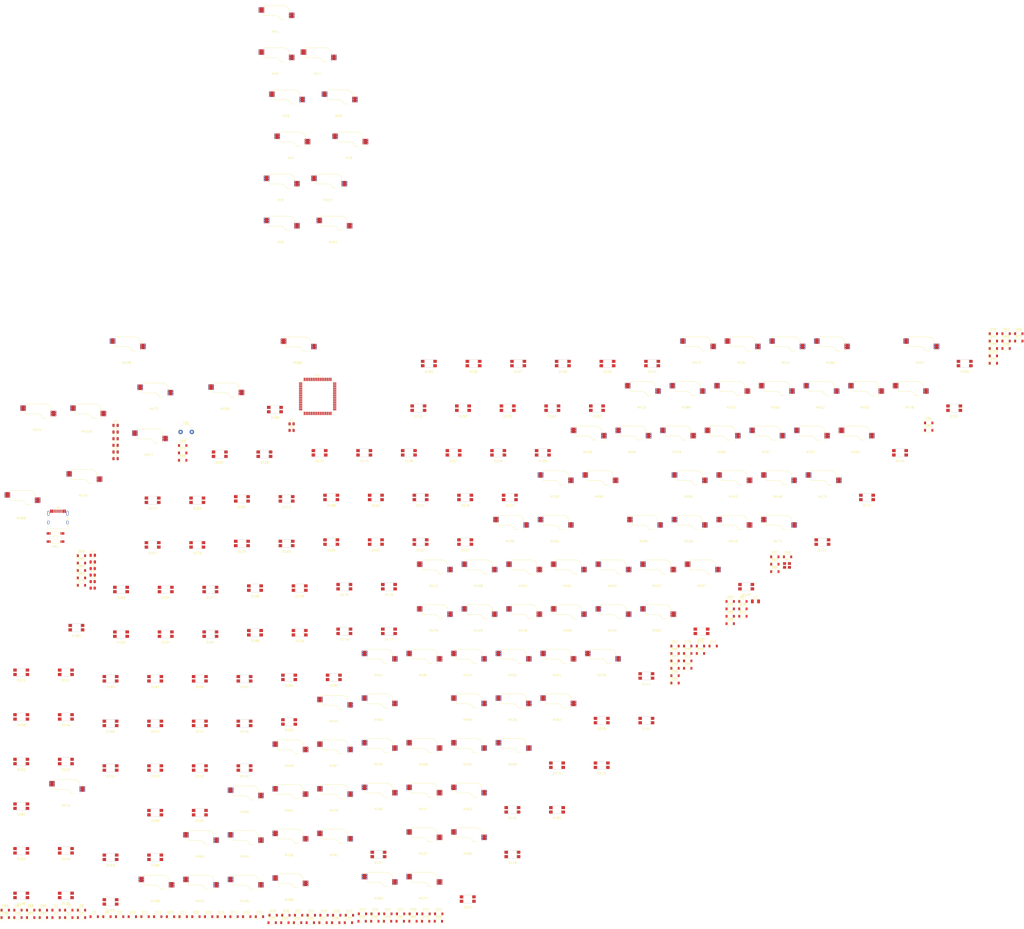
<source format=kicad_pcb>
(kicad_pcb (version 20211014) (generator pcbnew)
  (layers (0 "F.Cu" signal) (31 "B.Cu" signal) (34 "B.Paste" user) (35 "F.Paste" user) (36 "B.SilkS" user "B.Silkscreen") (37 "F.SilkS" user "F.Silkscreen") (38 "B.Mask" user) (39 "F.Mask" user) (44 "Edge.Cuts" user))
  (net 0 "")
  (net 1 "VCC")
  (net 2 "GND")
  (net 3 "+5V")
  (net 4 "Net-(C5-Pad1)")
  (net 5 "Net-(C6-Pad1)")
  (net 6 "Net-(C8-Pad1)")
  (net 7 "ROW0")
  (net 8 "Net-(D1-Pad2)")
  (net 9 "ROW1")
  (net 10 "Net-(D2-Pad2)")
  (net 11 "ROW2")
  (net 12 "Net-(D3-Pad2)")
  (net 13 "ROW3")
  (net 14 "Net-(D4-Pad2)")
  (net 15 "ROW4")
  (net 16 "Net-(D5-Pad2)")
  (net 17 "ROW5")
  (net 18 "Net-(D6-Pad2)")
  (net 19 "Net-(D7-Pad2)")
  (net 20 "Net-(D8-Pad2)")
  (net 21 "Net-(D9-Pad2)")
  (net 22 "Net-(D10-Pad2)")
  (net 23 "Net-(D11-Pad2)")
  (net 24 "Net-(D12-Pad2)")
  (net 25 "Net-(D13-Pad2)")
  (net 26 "Net-(D14-Pad2)")
  (net 27 "Net-(D15-Pad2)")
  (net 28 "Net-(D16-Pad2)")
  (net 29 "Net-(D17-Pad2)")
  (net 30 "Net-(D18-Pad2)")
  (net 31 "Net-(D19-Pad2)")
  (net 32 "Net-(D20-Pad2)")
  (net 33 "Net-(D21-Pad2)")
  (net 34 "Net-(D22-Pad2)")
  (net 35 "Net-(D23-Pad2)")
  (net 36 "Net-(D24-Pad2)")
  (net 37 "Net-(D25-Pad2)")
  (net 38 "Net-(D26-Pad2)")
  (net 39 "Net-(D27-Pad2)")
  (net 40 "Net-(D28-Pad2)")
  (net 41 "Net-(D29-Pad2)")
  (net 42 "Net-(D30-Pad2)")
  (net 43 "Net-(D31-Pad2)")
  (net 44 "Net-(D32-Pad2)")
  (net 45 "Net-(D33-Pad2)")
  (net 46 "Net-(D34-Pad2)")
  (net 47 "Net-(D35-Pad2)")
  (net 48 "Net-(D36-Pad2)")
  (net 49 "Net-(D37-Pad2)")
  (net 50 "Net-(D38-Pad2)")
  (net 51 "Net-(D39-Pad2)")
  (net 52 "Net-(D40-Pad2)")
  (net 53 "Net-(D41-Pad2)")
  (net 54 "Net-(D42-Pad2)")
  (net 55 "Net-(D43-Pad2)")
  (net 56 "Net-(D44-Pad2)")
  (net 57 "Net-(D45-Pad2)")
  (net 58 "Net-(D46-Pad2)")
  (net 59 "Net-(D47-Pad2)")
  (net 60 "Net-(D48-Pad2)")
  (net 61 "Net-(D49-Pad2)")
  (net 62 "Net-(D50-Pad2)")
  (net 63 "Net-(D51-Pad2)")
  (net 64 "Net-(D52-Pad2)")
  (net 65 "Net-(D53-Pad2)")
  (net 66 "Net-(D54-Pad2)")
  (net 67 "Net-(D55-Pad2)")
  (net 68 "Net-(D56-Pad2)")
  (net 69 "Net-(D57-Pad2)")
  (net 70 "Net-(D58-Pad2)")
  (net 71 "Net-(D59-Pad2)")
  (net 72 "Net-(D60-Pad2)")
  (net 73 "Net-(D61-Pad2)")
  (net 74 "Net-(D62-Pad2)")
  (net 75 "Net-(D63-Pad2)")
  (net 76 "Net-(D64-Pad2)")
  (net 77 "Net-(D65-Pad2)")
  (net 78 "Net-(D66-Pad2)")
  (net 79 "Net-(D67-Pad2)")
  (net 80 "Net-(D68-Pad2)")
  (net 81 "Net-(D69-Pad2)")
  (net 82 "Net-(D70-Pad2)")
  (net 83 "Net-(D71-Pad2)")
  (net 84 "Net-(D72-Pad2)")
  (net 85 "Net-(D73-Pad2)")
  (net 86 "Net-(D74-Pad2)")
  (net 87 "Net-(D75-Pad2)")
  (net 88 "Net-(D76-Pad2)")
  (net 89 "Net-(D77-Pad2)")
  (net 90 "Net-(D78-Pad2)")
  (net 91 "Net-(D79-Pad2)")
  (net 92 "Net-(D80-Pad2)")
  (net 93 "Net-(D81-Pad2)")
  (net 94 "Net-(D82-Pad2)")
  (net 95 "Net-(D83-Pad2)")
  (net 96 "Net-(D84-Pad2)")
  (net 97 "Net-(D85-Pad2)")
  (net 98 "Net-(D86-Pad2)")
  (net 99 "Net-(D87-Pad2)")
  (net 100 "Net-(D88-Pad2)")
  (net 101 "Net-(D89-Pad2)")
  (net 102 "Net-(D90-Pad2)")
  (net 103 "Net-(D91-Pad2)")
  (net 104 "Net-(D92-Pad2)")
  (net 105 "Net-(D93-Pad2)")
  (net 106 "Net-(D94-Pad2)")
  (net 107 "Net-(D95-Pad2)")
  (net 108 "Net-(D96-Pad2)")
  (net 109 "Net-(D97-Pad2)")
  (net 110 "Net-(D98-Pad2)")
  (net 111 "Net-(D99-Pad2)")
  (net 112 "Net-(D100-Pad2)")
  (net 113 "Net-(D101-Pad1)")
  (net 114 "RGBDIN")
  (net 115 "Net-(D102-Pad1)")
  (net 116 "RGBDOUT0")
  (net 117 "Net-(D103-Pad1)")
  (net 118 "RGBDOUT1")
  (net 119 "Net-(D104-Pad1)")
  (net 120 "RGBDOUT2")
  (net 121 "Net-(D105-Pad1)")
  (net 122 "RGBDOUT3")
  (net 123 "Net-(D106-Pad1)")
  (net 124 "RGBDOUT4")
  (net 125 "Net-(D107-Pad1)")
  (net 126 "RGBDOUT5")
  (net 127 "Net-(D108-Pad1)")
  (net 128 "RGBDOUT6")
  (net 129 "Net-(D109-Pad1)")
  (net 130 "RGBDOUT7")
  (net 131 "Net-(D110-Pad1)")
  (net 132 "RGBDOUT8")
  (net 133 "Net-(D111-Pad1)")
  (net 134 "Net-(D112-Pad1)")
  (net 135 "Net-(D113-Pad1)")
  (net 136 "Net-(D114-Pad1)")
  (net 137 "Net-(D115-Pad1)")
  (net 138 "Net-(D116-Pad1)")
  (net 139 "Net-(D117-Pad1)")
  (net 140 "Net-(D118-Pad1)")
  (net 141 "Net-(D119-Pad1)")
  (net 142 "Net-(D120-Pad1)")
  (net 143 "Net-(D121-Pad1)")
  (net 144 "Net-(D122-Pad1)")
  (net 145 "Net-(D123-Pad1)")
  (net 146 "Net-(D124-Pad1)")
  (net 147 "Net-(D125-Pad1)")
  (net 148 "Net-(D126-Pad1)")
  (net 149 "Net-(D127-Pad1)")
  (net 150 "Net-(D128-Pad1)")
  (net 151 "Net-(D129-Pad1)")
  (net 152 "Net-(D130-Pad1)")
  (net 153 "Net-(D131-Pad1)")
  (net 154 "Net-(D132-Pad1)")
  (net 155 "Net-(D133-Pad1)")
  (net 156 "Net-(D134-Pad1)")
  (net 157 "Net-(D135-Pad1)")
  (net 158 "Net-(D136-Pad1)")
  (net 159 "Net-(D137-Pad1)")
  (net 160 "Net-(D138-Pad1)")
  (net 161 "Net-(D139-Pad1)")
  (net 162 "Net-(D140-Pad1)")
  (net 163 "Net-(D141-Pad1)")
  (net 164 "Net-(D142-Pad1)")
  (net 165 "Net-(D143-Pad1)")
  (net 166 "Net-(D144-Pad1)")
  (net 167 "Net-(D145-Pad1)")
  (net 168 "Net-(D146-Pad1)")
  (net 169 "Net-(D147-Pad1)")
  (net 170 "Net-(D148-Pad1)")
  (net 171 "Net-(D149-Pad1)")
  (net 172 "Net-(D150-Pad1)")
  (net 173 "Net-(D151-Pad1)")
  (net 174 "Net-(D152-Pad1)")
  (net 175 "Net-(D153-Pad1)")
  (net 176 "Net-(D154-Pad1)")
  (net 177 "Net-(D155-Pad1)")
  (net 178 "Net-(D156-Pad1)")
  (net 179 "Net-(D157-Pad1)")
  (net 180 "Net-(D158-Pad1)")
  (net 181 "Net-(D159-Pad1)")
  (net 182 "Net-(D160-Pad1)")
  (net 183 "Net-(D161-Pad1)")
  (net 184 "Net-(D162-Pad1)")
  (net 185 "Net-(D163-Pad1)")
  (net 186 "Net-(D164-Pad1)")
  (net 187 "Net-(D165-Pad1)")
  (net 188 "Net-(D166-Pad1)")
  (net 189 "Net-(D167-Pad1)")
  (net 190 "Net-(D168-Pad1)")
  (net 191 "Net-(D169-Pad1)")
  (net 192 "Net-(D170-Pad1)")
  (net 193 "Net-(D171-Pad1)")
  (net 194 "Net-(D172-Pad1)")
  (net 195 "Net-(D173-Pad1)")
  (net 196 "Net-(D174-Pad1)")
  (net 197 "Net-(D175-Pad1)")
  (net 198 "Net-(D176-Pad1)")
  (net 199 "Net-(D177-Pad1)")
  (net 200 "Net-(D178-Pad1)")
  (net 201 "Net-(D179-Pad1)")
  (net 202 "Net-(D180-Pad1)")
  (net 203 "Net-(D181-Pad1)")
  (net 204 "Net-(D182-Pad1)")
  (net 205 "Net-(D183-Pad1)")
  (net 206 "Net-(D184-Pad1)")
  (net 207 "Net-(D185-Pad1)")
  (net 208 "Net-(D186-Pad1)")
  (net 209 "Net-(D187-Pad1)")
  (net 210 "Net-(D188-Pad1)")
  (net 211 "Net-(D189-Pad1)")
  (net 212 "Net-(D190-Pad1)")
  (net 214 "Net-(F1-Pad1)")
  (net 215 "Net-(J1-PadA5)")
  (net 216 "D+")
  (net 217 "D-")
  (net 219 "Net-(J1-PadB5)")
  (net 221 "COL0")
  (net 222 "COL1")
  (net 223 "COL2")
  (net 224 "COL3")
  (net 225 "COL4")
  (net 226 "COL5")
  (net 227 "COL6")
  (net 228 "COL7")
  (net 229 "COL8")
  (net 230 "COL9")
  (net 231 "COL10")
  (net 232 "COL11")
  (net 233 "COL12")
  (net 234 "COL13")
  (net 235 "COL14")
  (net 236 "COL15")
  (net 237 "COL16")
  (net 238 "COL17")
  (net 239 "Net-(R3-Pad1)")
  (net 240 "Net-(R4-Pad1)")
  (net 241 "Net-(R5-Pad1)")
  (net 242 "Net-(R6-Pad2)")
  (footprint "Diode_SMD:D_SOD-123" (layer "F.Cu") (at 318.1625 581.8075)
    (fp_text reference "D18")
    (fp_text value "F2")
  )
  (footprint "kailh-switches-hotswap:Kailh-Hotswap-1U" (layer "F.Cu") (at 183.9875 620.5825)
    (fp_text reference "MX20")
    (fp_text value "MX-NoLED")
  )
  (footprint "led:SK6812MINI_3.5x3.7mm_SMD" (layer "F.Cu") (at 162.6275 519.5825)
    (fp_text reference "D105")
    (fp_text value "SK6812MINI")
    (fp_line (start 1.95 6.95) (end 1.95 3.25) (layer "Edge.Cuts") (width 0.12))
    (fp_line (start 1.95 3.25) (end -1.95 3.25) (layer "Edge.Cuts") (width 0.12))
    (fp_line (start -1.95 3.25) (end -1.95 6.95) (layer "Edge.Cuts") (width 0.12))
    (fp_line (start -1.95 6.95) (end 1.95 6.95) (layer "Edge.Cuts") (width 0.12))
  )
  (footprint "led:SK6812MINI_3.5x3.7mm_SMD" (layer "F.Cu") (at 177.5575 479.1825)
    (fp_text reference "D173")
    (fp_text value "SK6812MINI")
    (fp_line (start 1.95 6.95) (end 1.95 3.25) (layer "Edge.Cuts") (width 0.12))
    (fp_line (start -1.95 3.25) (end -1.95 6.95) (layer "Edge.Cuts") (width 0.12))
    (fp_line (start 1.95 3.25) (end -1.95 3.25) (layer "Edge.Cuts") (width 0.12))
    (fp_line (start -1.95 6.95) (end 1.95 6.95) (layer "Edge.Cuts") (width 0.12))
  )
  (footprint "Diode_SMD:D_SOD-123" (layer "F.Cu") (at 15.1625 694.6475)
    (fp_text reference "D86")
    (fp_text value "4")
  )
  (footprint "led:SK6812MINI_3.5x3.7mm_SMD" (layer "F.Cu") (at 82.9875 601.6625)
    (fp_text reference "D144")
    (fp_text value "SK6812MINI")
    (fp_line (start 1.95 6.95) (end 1.95 3.25) (layer "Edge.Cuts") (width 0.12))
    (fp_line (start 1.95 3.25) (end -1.95 3.25) (layer "Edge.Cuts") (width 0.12))
    (fp_line (start -1.95 6.95) (end 1.95 6.95) (layer "Edge.Cuts") (width 0.12))
    (fp_line (start -1.95 3.25) (end -1.95 6.95) (layer "Edge.Cuts") (width 0.12))
  )
  (footprint "kailh-switches-hotswap:Kailh-Hotswap-1U" (layer "F.Cu") (at 163.7875 661.6225)
    (fp_text reference "MX91")
    (fp_text value "MX-NoLED")
  )
  (footprint "Fuse:Fuse_1206_3216Metric" (layer "F.Cu") (at 354.5525 551.5275)
    (fp_text reference "F1")
    (fp_text value "500mA")
  )
  (footprint "Diode_SMD:D_SOD-123" (layer "F.Cu") (at 343.1225 554.9075)
    (fp_text reference "D73")
    (fp_text value "Back")
  )
  (footprint "random-keyboard-parts:SKQG-1155865" (layer "F.Cu") (at 37.9025 522.6175)
    (fp_text reference "SW1")
    (fp_text value "SW_Push")
  )
  (footprint "Diode_SMD:D_SOD-123" (layer "F.Cu") (at 124.4125 694.2375)
    (fp_text reference "D21")
    (fp_text value "D")
  )
  (footprint "kailh-switches-hotswap:Kailh-Hotswap-1.25U" (layer "F.Cu") (at 163.5125 384.175)
    (fp_text reference "MX11")
    (fp_text value "MX-NoLED")
  )
  (footprint "Diode_SMD:D_SOD-123" (layer "F.Cu") (at 135.9125 696.9475)
    (fp_text reference "D25")
    (fp_text value "R")
  )
  (footprint "kailh-switches-hotswap:Kailh-Hotswap-1U" (layer "F.Cu") (at 323.2475 458.9825)
    (fp_text reference "MX89")
    (fp_text value "MX-NoLED")
  )
  (footprint "led:SK6812MINI_3.5x3.7mm_SMD" (layer "F.Cu") (at 197.7575 479.1825)
    (fp_text reference "D138")
    (fp_text value "SK6812MINI")
    (fp_line (start 1.95 3.25) (end -1.95 3.25) (layer "Edge.Cuts") (width 0.12))
    (fp_line (start 1.95 6.95) (end 1.95 3.25) (layer "Edge.Cuts") (width 0.12))
    (fp_line (start -1.95 3.25) (end -1.95 6.95) (layer "Edge.Cuts") (width 0.12))
    (fp_line (start -1.95 6.95) (end 1.95 6.95) (layer "Edge.Cuts") (width 0.12))
  )
  (footprint "led:SK6812MINI_3.5x3.7mm_SMD" (layer "F.Cu") (at 168.5475 559.9825)
    (fp_text reference "D176")
    (fp_text value "SK6812MINI")
    (fp_line (start -1.95 3.25) (end -1.95 6.95) (layer "Edge.Cuts") (width 0.12))
    (fp_line (start -1.95 6.95) (end 1.95 6.95) (layer "Edge.Cuts") (width 0.12))
    (fp_line (start 1.95 3.25) (end -1.95 3.25) (layer "Edge.Cuts") (width 0.12))
    (fp_line (start 1.95 6.95) (end 1.95 3.25) (layer "Edge.Cuts") (width 0.12))
  )
  (footprint "Resistor_SMD:R_0805_2012Metric" (layer "F.Cu") (at 144.7025 471.1975)
    (fp_text reference "R2")
    (fp_text value "5K1")
  )
  (footprint "Diode_SMD:D_SOD-123" (layer "F.Cu") (at 147.8625 693.5975)
    (fp_text reference "D27")
    (fp_text value "C")
  )
  (footprint "kailh-switches-hotswap:Kailh-Hotswap-1U" (layer "F.Cu") (at 348.2075 438.7825)
    (fp_text reference "MX34")
    (fp_text value "MX-NoLED")
  )
  (footprint "led:SK6812MINI_3.5x3.7mm_SMD" (layer "F.Cu") (at 62.7875 621.8625)
    (fp_text reference "D155")
    (fp_text value "SK6812MINI")
    (fp_line (start -1.95 3.25) (end -1.95 6.95) (layer "Edge.Cuts") (width 0.12))
    (fp_line (start -1.95 6.95) (end 1.95 6.95) (layer "Edge.Cuts") (width 0.12))
    (fp_line (start 1.95 3.25) (end -1.95 3.25) (layer "Edge.Cuts") (width 0.12))
    (fp_line (start 1.95 6.95) (end 1.95 3.25) (layer "Edge.Cuts") (width 0.12))
  )
  (footprint "led:SK6812MINI_3.5x3.7mm_SMD" (layer "F.Cu") (at 22.3875 598.7225)
    (fp_text reference "D158")
    (fp_text value "SK6812MINI")
    (fp_line (start -1.95 3.25) (end -1.95 6.95) (layer "Edge.Cuts") (width 0.12))
    (fp_line (start 1.95 3.25) (end -1.95 3.25) (layer "Edge.Cuts") (width 0.12))
    (fp_line (start 1.95 6.95) (end 1.95 3.25) (layer "Edge.Cuts") (width 0.12))
    (fp_line (start -1.95 6.95) (end 1.95 6.95) (layer "Edge.Cuts") (width 0.12))
  )
  (footprint "kailh-switches-hotswap:Kailh-Hotswap-1U" (layer "F.Cu") (at 249.3475 559.9825)
    (fp_text reference "MX46")
    (fp_text value "MX-NoLED")
  )
  (footprint "led:SK6812MINI_3.5x3.7mm_SMD" (layer "F.Cu") (at 67.5475 561.2625)
    (fp_text reference "D150")
    (fp_text value "SK6812MINI")
    (fp_line (start -1.95 6.95) (end 1.95 6.95) (layer "Edge.Cuts") (width 0.12))
    (fp_line (start 1.95 3.25) (end -1.95 3.25) (layer "Edge.Cuts") (width 0.12))
    (fp_line (start 1.95 6.95) (end 1.95 3.25) (layer "Edge.Cuts") (width 0.12))
    (fp_line (start -1.95 3.25) (end -1.95 6.95) (layer "Edge.Cuts") (width 0.12))
  )
  (footprint "kailh-switches-hotswap:Kailh-Hotswap-1U" (layer "F.Cu") (at 204.1875 660.9825)
    (fp_text reference "MX37")
    (fp_text value "MX-NoLED")
  )
  (footprint "Diode_SMD:D_SOD-123" (layer "F.Cu") (at 49.6425 544.2475)
    (fp_text reference "D79")
    (fp_text value "Druck")
  )
  (footprint "led:SK6812MINI_3.5x3.7mm_SMD" (layer "F.Cu") (at 22.3875 618.9225)
    (fp_text reference "D165")
    (fp_text value "SK6812MINI")
    (fp_line (start -1.95 6.95) (end 1.95 6.95) (layer "Edge.Cuts") (width 0.12))
    (fp_line (start -1.95 3.25) (end -1.95 6.95) (layer "Edge.Cuts") (width 0.12))
    (fp_line (start 1.95 6.95) (end 1.95 3.25) (layer "Edge.Cuts") (width 0.12))
    (fp_line (start 1.95 3.25) (end -1.95 3.25) (layer "Edge.Cuts") (width 0.12))
  )
  (footprint "led:SK6812MINI_3.5x3.7mm_SMD" (layer "F.Cu") (at 305.1875 600.3825)
    (fp_text reference "D151")
    (fp_text value "SK6812MINI")
    (fp_line (start 1.95 3.25) (end -1.95 3.25) (layer "Edge.Cuts") (width 0.12))
    (fp_line (start -1.95 3.25) (end -1.95 6.95) (layer "Edge.Cuts") (width 0.12))
    (fp_line (start -1.95 6.95) (end 1.95 6.95) (layer "Edge.Cuts") (width 0.12))
    (fp_line (start 1.95 6.95) (end 1.95 3.25) (layer "Edge.Cuts") (width 0.12))
  )
  (footprint "kailh-switches-hotswap:Kailh-Hotswap-1.75U" (layer "F.Cu") (at 50.37125 498.8725)
    (fp_text reference "MX70")
    (fp_text value "MX-NoLED")
  )
  (footprint "Capacitor_SMD:C_0805_2012Metric" (layer "F.Cu") (at 65.0725 477.8875)
    (fp_text reference "C4")
    (fp_text value "0.1uF")
  )
  (footprint "Diode_SMD:D_SOD-123" (layer "F.Cu") (at 176.6125 696.3075)
    (fp_text reference "D45")
    (fp_text value "8")
  )
  (footprint "led:SK6812MINI_3.5x3.7mm_SMD" (layer "F.Cu") (at 222.2475 458.9825)
    (fp_text reference "D152")
    (fp_text value "SK6812MINI")
    (fp_line (start 1.95 3.25) (end -1.95 3.25) (layer "Edge.Cuts") (width 0.12))
    (fp_line (start -1.95 6.95) (end 1.95 6.95) (layer "Edge.Cuts") (width 0.12))
    (fp_line (start 1.95 6.95) (end 1.95 3.25) (layer "Edge.Cuts") (width 0.12))
    (fp_line (start -1.95 3.25) (end -1.95 6.95) (layer "Edge.Cuts") (width 0.12))
  )
  (footprint "Diode_SMD:D_SOD-123" (layer "F.Cu") (at 107.1625 694.2375)
    (fp_text reference "D15")
    (fp_text value "S")
  )
  (footprint "Capacitor_SMD:C_0805_2012Metric" (layer "F.Cu") (at 65.0725 483.9075)
    (fp_text reference "C8")
    (fp_text value "1uF")
  )
  (footprint "led:SK6812MINI_3.5x3.7mm_SMD" (layer "F.Cu") (at 284.9875 600.3825)
    (fp_text reference "D116")
    (fp_text value "SK6812MINI")
    (fp_line (start -1.95 3.25) (end -1.95 6.95) (layer "Edge.Cuts") (width 0.12))
    (fp_line (start 1.95 3.25) (end -1.95 3.25) (layer "Edge.Cuts") (width 0.12))
    (fp_line (start -1.95 6.95) (end 1.95 6.95) (layer "Edge.Cuts") (width 0.12))
    (fp_line (start 1.95 6.95) (end 1.95 3.25) (layer "Edge.Cuts") (width 0.12))
  )
  (footprint "led:SK6812MINI_3.5x3.7mm_SMD" (layer "F.Cu") (at 444.4475 458.9825)
    (fp_text reference "D124")
    (fp_text value "SK6812MINI")
    (fp_line (start -1.95 3.25) (end -1.95 6.95) (layer "Edge.Cuts") (width 0.12))
    (fp_line (start 1.95 3.25) (end -1.95 3.25) (layer "Edge.Cuts") (width 0.12))
    (fp_line (start 1.95 6.95) (end 1.95 3.25) (layer "Edge.Cuts") (width 0.12))
    (fp_line (start -1.95 6.95) (end 1.95 6.95) (layer "Edge.Cuts") (width 0.12))
  )
  (footprint "led:SK6812MINI_3.5x3.7mm_SMD" (layer "F.Cu") (at 42.5875 679.5225)
    (fp_text reference "D139")
    (fp_text value "SK6812MINI")
    (fp_line (start -1.95 3.25) (end -1.95 6.95) (layer "Edge.Cuts") (width 0.12))
    (fp_line (start 1.95 6.95) (end 1.95 3.25) (layer "Edge.Cuts") (width 0.12))
    (fp_line (start 1.95 3.25) (end -1.95 3.25) (layer "Edge.Cuts") (width 0.12))
    (fp_line (start -1.95 6.95) (end 1.95 6.95) (layer "Edge.Cuts") (width 0.12))
  )
  (footprint "led:SK6812MINI_3.5x3.7mm_SMD" (layer "F.Cu") (at 143.5875 580.8225)
    (fp_text reference "D186")
    (fp_text value "SK6812MINI")
    (fp_line (start -1.95 3.25) (end -1.95 6.95) (layer "Edge.Cuts") (width 0.12))
    (fp_line (start -1.95 6.95) (end 1.95 6.95) (layer "Edge.Cuts") (width 0.12))
    (fp_line (start 1.95 6.95) (end 1.95 3.25) (layer "Edge.Cuts") (width 0.12))
    (fp_line (start 1.95 3.25) (end -1.95 3.25) (layer "Edge.Cuts") (width 0.12))
  )
  (footprint "led:SK6812MINI_3.5x3.7mm_SMD" (layer "F.Cu") (at 449.2075 438.7825)
    (fp_text reference "D200")
    (fp_text value "SK6812MINI")
    (fp_line (start 1.95 3.25) (end -1.95 3.25) (layer "Edge.Cuts") (width 0.12))
    (fp_line (start 1.95 6.95) (end 1.95 3.25) (layer "Edge.Cuts") (width 0.12))
    (fp_line (start -1.95 6.95) (end 1.95 6.95) (layer "Edge.Cuts") (width 0.12))
    (fp_line (start -1.95 3.25) (end -1.95 6.95) (layer "Edge.Cuts") (width 0.12))
  )
  (footprint "kailh-switches-hotswap:Kailh-Hotswap-1U" (layer "F.Cu") (at 278.5575 479.1825)
    (fp_text reference "MX18")
    (fp_text value "MX-NoLED")
  )
  (footprint "led:SK6812MINI_3.5x3.7mm_SMD" (layer "F.Cu") (at 419.9575 479.1825)
    (fp_text reference "D120")
    (fp_text value "SK6812MINI")
    (fp_line (start 1.95 3.25) (end -1.95 3.25) (layer "Edge.Cuts") (width 0.12))
    (fp_line (start 1.95 6.95) (end 1.95 3.25) (layer "Edge.Cuts") (width 0.12))
    (fp_line (start -1.95 6.95) (end 1.95 6.95) (layer "Edge.Cuts") (width 0.12))
    (fp_line (start -1.95 3.25) (end -1.95 6.95) (layer "Edge.Cuts") (width 0.12))
  )
  (footprint "Diode_SMD:D_SOD-123" (layer "F.Cu") (at 112.9125 694.2375)
    (fp_text reference "D16")
    (fp_text value "Y")
  )
  (footprint "Diode_SMD:D_SOD-123" (layer "F.Cu") (at 318.1625 571.7575)
    (fp_text reference "D52")
    (fp_text value "L")
  )
  (footprint "led:SK6812MINI_3.5x3.7mm_SMD" (layer "F.Cu") (at 22.3875 679.5225)
    (fp_text reference "D196")
    (fp_text value "SK6812MINI")
    (fp_line (start 1.95 3.25) (end -1.95 3.25) (layer "Edge.Cuts") (width 0.12))
    (fp_line (start -1.95 3.25) (end -1.95 6.95) (layer "Edge.Cuts") (width 0.12))
    (fp_line (start -1.95 6.95) (end 1.95 6.95) (layer "Edge.Cuts") (width 0.12))
    (fp_line (start 1.95 6.95) (end 1.95 3.25) (layer "Edge.Cuts") (width 0.12))
  )
  (footprint "Diode_SMD:D_SOD-123" (layer "F.Cu") (at 159.3625 693.5975)
    (fp_text reference "D40")
    (fp_text value "7")
  )
  (footprint "kailh-switches-hotswap:Kailh-Hotswap-1U" (layer "F.Cu") (at 263.6275 519.5825)
    (fp_text reference "MX55")
    (fp_text value "MX-NoLED")
  )
  (footprint "kailh-switches-hotswap:Kailh-Hotswap-1U" (layer "F.Cu") (at 343.4475 458.9825)
    (fp_text reference "MX13")
    (fp_text value "MX-NoLED")
  )
  (footprint "led:SK6812MINI_3.5x3.7mm_SMD" (layer "F.Cu") (at 223.2275 499.3825)
    (fp_text reference "D149")
    (fp_text value "SK6812MINI")
    (fp_line (start -1.95 3.25) (end -1.95 6.95) (layer "Edge.Cuts") (width 0.12))
    (fp_line (start 1.95 3.25) (end -1.95 3.25) (layer "Edge.Cuts") (width 0.12))
    (fp_line (start -1.95 6.95) (end 1.95 6.95) (layer "Edge.Cuts") (width 0.12))
    (fp_line (start 1.95 6.95) (end 1.95 3.25) (layer "Edge.Cuts") (width 0.12))
  )
  (footprint "kailh-switches-hotswap:Kailh-Hotswap-1U" (layer "F.Cu") (at 103.1875 682.4625)
    (fp_text reference "MX45")
    (fp_text value "MX-NoLED")
  )
  (footprint "kailh-switches-hotswap:Kailh-Hotswap-1U" (layer "F.Cu") (at 384.8275 499.3825)
    (fp_text reference "MX75")
    (fp_text value "MX-NoLED")
  )
  (footprint "led:SK6812MINI_3.5x3.7mm_SMD" (layer "F.Cu") (at 384.8275 519.5825)
    (fp_text reference "D131")
    (fp_text value "SK6812MINI")
    (fp_line (start 1.95 3.25) (end -1.95 3.25) (layer "Edge.Cuts") (width 0.12))
    (fp_line (start 1.95 6.95) (end 1.95 3.25) (layer "Edge.Cuts") (width 0.12))
    (fp_line (start -1.95 6.95) (end 1.95 6.95) (layer "Edge.Cuts") (width 0.12))
    (fp_line (start -1.95 3.25) (end -1.95 6.95) (layer "Edge.Cuts") (width 0.12))
  )
  (footprint "Resistor_SMD:R_0805_2012Metric" (layer "F.Cu") (at 54.7225 542.5675)
    (fp_text reference "R3")
    (fp_text value "22")
  )
  (footprint "Diode_SMD:D_SOD-123" (layer "F.Cu") (at 153.6125 693.5975)
    (fp_text reference "D31")
    (fp_text value "G")
  )
  (footprint "led:SK6812MINI_3.5x3.7mm_SMD" (layer "F.Cu") (at 128.1475 560.6225)
    (fp_text reference "D188")
    (fp_text value "SK6812MINI")
    (fp_line (start 1.95 3.25) (end -1.95 3.25) (layer "Edge.Cuts") (width 0.12))
    (fp_line (start 1.95 6.95) (end 1.95 3.25) (layer "Edge.Cuts") (width 0.12))
    (fp_line (start -1.95 3.25) (end -1.95 6.95) (layer "Edge.Cuts") (width 0.12))
    (fp_line (start -1.95 6.95) (end 1.95 6.95) (layer "Edge.Cuts") (width 0.12))
  )
  (footprint "Diode_SMD:D_SOD-123" (layer "F.Cu") (at 467.9325 437.0575)
    (fp_text reference "D98")
    (fp_text value "-")
  )
  (footprint "Diode_SMD:D_SOD-123" (layer "F.Cu") (at 95.4425 487.6675)
    (fp_text reference "D80")
    (fp_text value "Insert")
  )
  (footprint "Diode_SMD:D_SOD-123" (layer "F.Cu") (at 142.1125 693.5975)
    (fp_text reference "D26")
    (fp_text value "F")
  )
  (footprint "kailh-switches-hotswap:Kailh-Hotswap-1U" (layer "F.Cu") (at 123.3875 662.2625)
    (fp_text reference "MX40")
    (fp_text value "MX-NoLED")
  )
  (footprint "kailh-switches-hotswap:Kailh-Hotswap-1U" (layer "F.Cu") (at 163.7875 601.0225)
    (fp_text reference "MX44")
    (fp_text value "MX-NoLED")
  )
  (footprint "led:SK6812MINI_3.5x3.7mm_SMD" (layer "F.Cu") (at 112.1975 479.8225)
    (fp_text reference "D164")
    (fp_text value "SK6812MINI")
    (fp_line (start -1.95 3.25) (end -1.95 6.95) (layer "Edge.Cuts") (width 0.12))
    (fp_line (start -1.95 6.95) (end 1.95 6.95) (layer "Edge.Cuts") (width 0.12))
    (fp_line (start 1.95 3.25) (end -1.95 3.25) (layer "Edge.Cuts") (width 0.12))
    (fp_line (start 1.95 6.95) (end 1.95 3.25) (layer "Edge.Cuts") (width 0.12))
  )
  (footprint "led:SK6812MINI_3.5x3.7mm_SMD" (layer "F.Cu") (at 67.5475 541.0625)
    (fp_text reference "D166")
    (fp_text value "SK6812MINI")
    (fp_line (start -1.95 6.95) (end 1.95 6.95) (layer "Edge.Cuts") (width 0.12))
    (fp_line (start 1.95 6.95) (end 1.95 3.25) (layer "Edge.Cuts") (width 0.12))
    (fp_line (start -1.95 3.25) (end -1.95 6.95) (layer "Edge.Cuts") (width 0.12))
    (fp_line (start 1.95 3.25) (end -1.95 3.25) (layer "Edge.Cuts") (width 0.12))
  )
  (footprint "Diode_SMD:D_SOD-123" (layer "F.Cu") (at 363.3225 538.0575)
    (fp_text reference "D64")
    (fp_text value "-")
  )
  (footprint "Diode_SMD:D_SOD-123" (layer "F.Cu") (at 153.1625 696.9475)
    (fp_text reference "D34")
    (fp_text value "6")
  )
  (footprint "kailh-switches-hotswap:Kailh-Hotswap-1U" (layer "F.Cu") (at 163.7875 621.2225)
    (fp_text reference "MX67")
    (fp_text value "MX-NoLED")
  )
  (footprint "led:SK6812MINI_3.5x3.7mm_SMD" (layer "F.Cu") (at 82.9875 642.0625)
    (fp_text reference "D192")
    (fp_text value "SK6812MINI")
    (fp_line (start -1.95 6.95) (end 1.95 6.95) (layer "Edge.Cuts") (width 0.12))
    (fp_line (start -1.95 3.25) (end -1.95 6.95) (layer "Edge.Cuts") (width 0.12))
    (fp_line (start 1.95 3.25) (end -1.95 3.25) (layer "Edge.Cuts") (width 0.12))
    (fp_line (start 1.95 6.95) (end 1.95 3.25) (layer "Edge.Cuts") (width 0.12))
  )
  (footprint "led:SK6812MINI_3.5x3.7mm_SMD" (layer "F.Cu") (at 22.3875 578.5225)
    (fp_text reference "D123")
    (fp_text value "SK6812MINI")
    (fp_line (start 1.95 6.95) (end 1.95 3.25) (layer "Edge.Cuts") (width 0.12))
    (fp_line (start 1.95 3.25) (end -1.95 3.25) (layer "Edge.Cuts") (width 0.12))
    (fp_line (start -1.95 6.95) (end 1.95 6.95) (layer "Edge.Cuts") (width 0.12))
    (fp_line (start -1.95 3.25) (end -1.95 6.95) (layer "Edge.Cuts") (width 0.12))
  )
  (footprint "Capacitor_SMD:C_0805_2012Metric" (layer "F.Cu") (at 54.7425 530.6775)
    (fp_text reference "C6")
    (fp_text value "22pF")
  )
  (footprint "led:SK6812MINI_3.5x3.7mm_SMD" (layer "F.Cu") (at 264.7875 620.5825)
    (fp_text reference "D171")
    (fp_text value "SK6812MINI")
    (fp_line (start -1.95 6.95) (end 1.95 6.95) (layer "Edge.Cuts") (width 0.12))
    (fp_line (start 1.95 6.95) (end 1.95 3.25) (layer "Edge.Cuts") (width 0.12))
    (fp_line (start 1.95 3.25) (end -1.95 3.25) (layer "Edge.Cuts") (width 0.12))
    (fp_line (start -1.95 3.25) (end -1.95 6.95) (layer "Edge.Cuts") (width 0.12))
  )
  (footprint "led:SK6812MINI_3.5x3.7mm_SMD" (layer "F.Cu") (at 223.2275 519.5825)
    (fp_text reference "D117")
    (fp_text value "SK6812MINI")
    (fp_line (start -1.95 3.25) (end -1.95 6.95) (layer "Edge.Cuts") (width 0.12))
    (fp_line (start 1.95 3.25) (end -1.95 3.25) (layer "Edge.Cuts") (width 0.12))
    (fp_line (start -1.95 6.95) (end 1.95 6.95) (layer "Edge.Cuts") (width 0.12))
    (fp_line (start 1.95 6.95) (end 1.95 3.25) (layer "Edge.Cuts") (width 0.12))
  )
  (footprint "kailh-switches-hotswap:Kailh-Hotswap-1U" (layer "F.Cu") (at 364.6275 499.3825)
    (fp_text reference "MX48")
    (fp_text value "MX-NoLED")
  )
  (footprint "led:SK6812MINI_3.5x3.7mm_SMD" (layer "F.Cu") (at 128.1475 540.4225)
    (fp_text reference "D108")
    (fp_text value "SK6812MINI")
    (fp_line (start 1.95 3.25) (end -1.95 3.25) (layer "Edge.Cuts") (width 0.12))
    (fp_line (start -1.95 6.95) (end 1.95 6.95) (layer "Edge.Cuts") (width 0.12))
    (fp_line (start 1.95 6.95) (end 1.95 3.25) (layer "Edge.Cuts") (width 0.12))
    (fp_line (start -1.95 3.25) (end -1.95 6.95) (layer "Edge.Cuts") (width 0.12))
  )
  (footprint "led:SK6812MINI_3.5x3.7mm_SMD" (layer "F.Cu") (at 405.0275 499.3825)
    (fp_text reference "D174")
    (fp_text value "SK6812MINI")
    (fp_line (start -1.95 6.95) (end 1.95 6.95) (layer "Edge.Cuts") (width 0.12))
    (fp_line (start 1.95 6.95) (end 1.95 3.25) (layer "Edge.Cuts") (width 0.12))
    (fp_line (start -1.95 3.25) (end -1.95 6.95) (layer "Edge.Cuts") (width 0.12))
    (fp_line (start 1.95 3.25) (end -1.95 3.25) (layer "Edge.Cuts") (width 0.12))
  )
  (footprint "kailh-switches-hotswap:Kailh-Hotswap-1U" (layer "F.Cu") (at 309.9475 559.9825)
    (fp_text reference "MX92")
    (fp_text value "MX-NoLED")
  )
  (footprint "Diode_SMD:D_SOD-123" (layer "F.Cu") (at 323.9125 578.4575)
    (fp_text reference "D12")
    (fp_text value "F1")
  )
  (footprint "led:SK6812MINI_3.5x3.7mm_SMD" (layer "F.Cu") (at 217.9575 479.1825)
    (fp_text reference "D157")
    (fp_text value "SK6812MINI")
    (fp_line (start -1.95 3.25) (end -1.95 6.95) (layer "Edge.Cuts") (width 0.12))
    (fp_line (start 1.95 3.25) (end -1.95 3.25) (layer "Edge.Cuts") (width 0.12))
    (fp_line (start 1.95 6.95) (end 1.95 3.25) (layer "Edge.Cuts") (width 0.12))
    (fp_line (start -1.95 6.95) (end 1.95 6.95) (layer "Edge.Cuts") (width 0.12))
  )
  (footprint "kailh-switches-hotswap:Kailh-Hotswap-1U" (layer "F.Cu") (at 204.1875 620.5825)
    (fp_text reference "MX68")
    (fp_text value "MX-NoLED")
  )
  (footprint "kailh-switches-hotswap:Kailh-Hotswap-1U" (layer "F.Cu") (at 304.0275 519.5825)
    (fp_text reference "MX81")
    (fp_text value "MX-NoLED")
  )
  (footprint "kailh-switches-hotswap:Kailh-Hotswap-1U" (layer "F.Cu") (at 229.1475 539.7825)
    (fp_text reference "MX98")
    (fp_text value "MX-NoLED")
  )
  (footprint "Diode_SMD:D_SOD-123" (layer "F.Cu") (at 158.9125 696.9475)
    (fp_text reference "D41")
    (fp_text value "U")
  )
  (footprint "Diode_SMD:D_SOD-123" (layer "F.Cu") (at 101.4125 694.2375)
    (fp_text reference "D20")
    (fp_text value "E")
  )
  (footprint "Diode_SMD:D_SOD-123" (layer "F.Cu") (at 473.6825 433.7075)
    (fp_text reference "D72")
    (fp_text value "F12")
  )
  (footprint "Diode_SMD:D_SOD-123" (layer "F.Cu") (at 164.6625 696.9475)
    (fp_text reference "D36")
    (fp_text value "H")
  )
  (footprint "Diode_SMD:D_SOD-123" (layer "F.Cu") (at 49.6425 534.1975)
    (fp_text reference "D81")
    (fp_text value "Del")
  )
  (footprint "kailh-switches-hotswap:Kailh-Hotswap-1U" (layer "F.Cu") (at 264.7875 580.1825)
    (fp_text reference "MX21")
    (fp_text value "MX-NoLED")
  )
  (footprint "Diode_SMD:D_SOD-123" (layer "F.Cu") (at 432.9325 470.7575)
    (fp_text reference "D84")
    (fp_text value "NumLock")
  )
  (footprint "Package_QFP:TQFP-64_14x14mm_P0.8mm" (layer "F.Cu") (at 156.4825 458.7475)
    (fp_text reference "U1")
    (fp_text value "AT90USB1286-AU")
  )
  (footprint "Diode_SMD:D_SOD-123" (layer "F.Cu") (at 432.9325 474.1075)
    (fp_text reference "D89")
    (fp_text value "/")
  )
  (footprint "Diode_SMD:D_SOD-123" (layer "F.Cu") (at 55.4125 694.2375)
    (fp_text reference "D5")
    (fp_text value "Shift")
  )
  (footprint "led:SK6812MINI_3.5x3.7mm_SMD" (layer "F.Cu") (at 22.3875 659.3225)
    (fp_text reference "D154")
    (fp_text value "SK6812MINI")
    (fp_line (start 1.95 3.25) (end -1.95 3.25) (layer "Edge.Cuts") (width 0.12))
    (fp_line (start -1.95 3.25) (end -1.95 6.95) (layer "Edge.Cuts") (width 0.12))
    (fp_line (start 1.95 6.95) (end 1.95 3.25) (layer "Edge.Cuts") (width 0.12))
    (fp_line (start -1.95 6.95) (end 1.95 6.95) (layer "Edge.Cuts") (width 0.12))
  )
  (footprint "Diode_SMD:D_SOD-123" (layer "F.Cu") (at 188.2625 692.9575)
    (fp_text reference "D51")
    (fp_text value "O")
  )
  (footprint "Diode_SMD:D_SOD-123" (layer "F.Cu") (at 348.8725 554.9075)
    (fp_text reference "D28")
    (fp_text value "F4")
  )
  (footprint "kailh-switches-hotswap:Kailh-Hotswap-1U" (layer "F.Cu") (at 363.6475 458.9825)
    (fp_text reference "MX62")
    (fp_text value "MX-NoLED")
  )
  (footprint "led:SK6812MINI_3.5x3.7mm_SMD" (layer "F.Cu") (at 224.3875 681.1825)
    (fp_text reference "D121")
    (fp_text value "SK6812MINI")
    (fp_line (start -1.95 3.25) (end -1.95 6.95) (layer "Edge.Cuts") (width 0.12))
    (fp_line (start -1.95 6.95) (end 1.95 6.95) (layer "Edge.Cuts") (width 0.12))
    (fp_line (start 1.95 3.25) (end -1.95 3.25) (layer "Edge.Cuts") (width 0.12))
    (fp_line (start 1.95 6.95) (end 1.95 3.25) (layer "Edge.Cuts") (width 0.12))
  )
  (footprint "kailh-switches-hotswap:Kailh-Hotswap-1U" (layer "F.Cu") (at 224.3875 620.5825)
    (fp_text reference "MX31")
    (fp_text value "MX-NoLED")
  )
  (footprint "Capacitor_SMD:C_0805_2012Metric" (layer "F.Cu") (at 54.7425 533.6875)
    (fp_text reference "C1")
    (fp_text value "10u")
  )
  (footprint "Diode_SMD:D_SOD-123" (layer "F.Cu") (at 329.6625 571.7575)
    (fp_text reference "D75")
    (fp_text value "Left")
  )
  (footprint "led:SK6812MINI_3.5x3.7mm_SMD" (layer "F.Cu") (at 42.5875 578.5225)
    (fp_text reference "D111")
    (fp_text value "SK6812MINI")
    (fp_line (start -1.95 6.95) (end 1.95 6.95) (layer "Edge.Cuts") (width 0.12))
    (fp_line (start 1.95 6.95) (end 1.95 3.25) (layer "Edge.Cuts") (width 0.12))
    (fp_line (start -1.95 3.25) (end -1.95 6.95) (layer "Edge.Cuts") (width 0.12))
    (fp_line (start 1.95 3.25) (end -1.95 3.25) (layer "Edge.Cuts") (width 0.12))
  )
  (footprint "led:SK6812MINI_3.5x3.7mm_SMD" (layer "F.Cu") (at 282.8475 458.9825)
    (fp_text reference "D132")
    (fp_text value "SK6812MINI")
    (fp_line (start -1.95 3.25) (end -1.95 6.95) (layer "Edge.Cuts") (width 0.12))
    (fp_line (start 1.95 3.25) (end -1.95 3.25) (layer "Edge.Cuts") (width 0.12))
    (fp_line (start -1.95 6.95) (end 1.95 6.95) (layer "Edge.Cuts") (width 0.12))
    (fp_line (start 1.95 6.95) (end 1.95 3.25) (layer "Edge.Cuts") (width 0.12))
  )
  (footprint "Diode_SMD:D_SOD-123" (layer "F.Cu") (at 343.1225 551.5575)
    (fp_text reference "D62")
    (fp_text value "Ü")
  )
  (footprint "kailh-switches-hotswap:Kailh-Hotswap-1U" (layer "F.Cu") (at 269.5475 559.9825)
    (fp_text reference "MX69")
    (fp_text value "MX-NoLED")
  )
  (footprint "led:SK6812MINI_3.5x3.7mm_SMD" (layer "F.Cu") (at 182.8275 519.5825)
    (fp_text reference "D101")
    (fp_text value "SK6812MINI")
    (fp_line (start -1.95 3.25) (end -1.95 6.95) (layer "Edge.Cuts") (width 0.12))
    (fp_line (start 1.95 6.95) (end 1.95 3.25) (layer "Edge.Cuts") (width 0.12))
    (fp_line (start -1.95 6.95) (end 1.95 6.95) (layer "Edge.Cuts") (width 0.12))
    (fp_line (start 1.95 3.25) (end -1.95 3.25) (layer "Edge.Cuts") (width 0.12))
  )
  (footprint "kailh-switches-hotswap:Kailh-Hotswap-2U-Vertical" (layer "F.Cu") (at 52.1075 469.081361)
    (fp_text reference "MX100")
    (fp_text value "MX-NoLED")
  )
  (footprint "Diode_SMD:D_SOD-123" (layer "F.Cu") (at 194.0125 692.9575)
    (fp_text reference "D47")
    (fp_text value "K")
  )
  (footprint "led:SK6812MINI_3.5x3.7mm_SMD" (layer "F.Cu") (at 247.2075 438.7825)
    (fp_text reference "D167")
    (fp_text value "SK6812MINI")
    (fp_line (start 1.95 3.25) (end -1.95 3.25) (layer "Edge.Cuts") (width 0.12))
    (fp_line (start -1.95 3.25) (end -1.95 6.95) (layer "Edge.Cuts") (width 0.12))
    (fp_line (start 1.95 6.95) (end 1.95 3.25) (layer "Edge.Cuts") (width 0.12))
    (fp_line (start -1.95 6.95) (end 1.95 6.95) (layer "Edge.Cuts") (width 0.12))
  )
  (footprint "led:SK6812MINI_3.5x3.7mm_SMD" (layer "F.Cu") (at 244.5875 660.9825)
    (fp_text reference "D118")
    (fp_text value "SK6812MINI")
    (fp_line (start -1.95 6.95) (end 1.95 6.95) (layer "Edge.Cuts") (width 0.12))
    (fp_line (start -1.95 3.25) (end -1.95 6.95) (layer "Edge.Cuts") (width 0.12))
    (fp_line (start 1.95 3.25) (end -1.95 3.25) (layer "Edge.Cuts") (width 0.12))
    (fp_line (start 1.95 6.95) (end 1.95 3.25) (layer "Edge.Cuts") (width 0.12))
  )
  (footprint "kailh-switches-hotswap:Kailh-Hotswap-1U" (layer "F.Cu") (at 263.6275 499.3825)
    (fp_text reference "MX33")
    (fp_text value "MX-NoLED")
  )
  (footprint "kailh-switches-hotswap:Kailh-Hotswap-1U" (layer "F.Cu") (at 303.0475 458.9825)
    (fp_text reference "MX23")
    (fp_text value "MX-NoLED")
  )
  (footprint "kailh-switches-hotswap:Kailh-Hotswap-2U" (layer "F.Cu") (at 82.4725 459.6225)
    (fp_text reference "MX73")
    (fp_text value "MX-NoLED")
  )
  (footprint "kailh-switches-hotswap:Kailh-Hotswap-1U" (layer "F.Cu") (at 359.3575 479.1825)
    (fp_text reference "MX57")
    (fp_text value "MX-NoLED")
  )
  (footprint "kailh-switches-hotswap:Kailh-Hotswap-1U" (layer "F.Cu") (at 368.4075 438.7825)
    (fp_text reference "MX41")
    (fp_text value "MX-NoLED")
  )
  (footprint "kailh-switches-hotswap:Kailh-Hotswap-1U" (layer "F.Cu") (at 344.4275 519.5825)
    (fp_text reference "MX43")
    (fp_text value "MX-NoLED")
  )
  (footprint "Diode_SMD:D_SOD-123" (layer "F.Cu") (at 66.9125 694.2375)
    (fp_text reference "D9")
    (fp_text value "A")
  )
  (footprint "Diode_SMD:D_SOD-123" (layer "F.Cu") (at 32.4125 691.2975)
    (fp_text reference "D95")
    (fp_text value "9")
  )
  (footprint "led:SK6812MINI_3.5x3.7mm_SMD" (layer "F.Cu") (at 47.3475 558.3225)
    (fp_text reference "D183")
    (fp_text value "SK6812MINI")
    (fp_line (start -1.95 6.95) (end 1.95 6.95) (layer "Edge.Cuts") (width 0.12))
    (fp_line (start -1.95 3.25) (end -1.95 6.95) (layer "Edge.Cuts") (width 0.12))
    (fp_line (start 1.95 3.25) (end -1.95 3.25) (layer "Edge.Cuts") (width 0.12))
    (fp_line (start 1.95 6.95) (end 1.95 3.25) (layer "Edge.Cuts") (width 0.12))
  )
  (footprint "Diode_SMD:D_SOD-123" (layer "F.Cu") (at 323.9125 575.1075)
    (fp_text reference "D76")
    (fp_text value "Up")
  )
  (footprint "led:SK6812MINI_3.5x3.7mm_SMD" (layer "F.Cu") (at 62.7875 581.4625)
    (fp_text reference "D185")
    (fp_text value "SK6812MINI")
    (fp_line (start 1.95 3.25) (end -1.95 3.25) (layer "Edge.Cuts") (width 0.12))
    (fp_line (start 1.95 6.95) (end 1.95 3.25) (layer "Edge.Cuts") (width 0.12))
    (fp_line (start -1.95 3.25) (end -1.95 6.95) (layer "Edge.Cuts") (width 0.12))
    (fp_line (start -1.95 6.95) (end 1.95 6.95) (layer "Edge.Cuts") (width 0.12))
  )
  (footprint "Diode_SMD:D_SOD-123" (layer "F.Cu") (at 182.5125 692.9575)
    (fp_text reference "D46")
    (fp_text value "I")
  )
  (footprint "led:SK6812MINI_3.5x3.7mm_SMD" (layer "F.Cu") (at 87.7475 541.0625)
    (fp_text reference "D194")
    (fp_text value "SK6812MINI")
    (fp_line (start 1.95 3.25) (end -1.95 3.25) (layer "Edge.Cuts") (width 0.12))
    (fp_line (start -1.95 6.95) (end 1.95 6.95) (layer "Edge.Cuts") (width 0.12))
    (fp_line (start 1.95 6.95) (end 1.95 3.25) (layer "Edge.Cuts") (width 0.12))
    (fp_line (start -1.95 3.25) (end -1.95 6.95) (layer "Edge.Cuts") (width 0.12))
  )
  (footprint "led:SK6812MINI_3.5x3.7mm_SMD" (layer "F.Cu") (at 103.1875 581.4625)
    (fp_text reference "D106")
    (fp_text value "SK6812MINI")
    (fp_line (start 1.95 6.95) (end 1.95 3.25) (layer "Edge.Cuts") (width 0.12))
    (fp_line (start 1.95 3.25) (end -1.95 3.25) (layer "Edge.Cuts") (width 0.12))
    (fp_line (start -1.95 6.95) (end 1.95 6.95) (layer "Edge.Cuts") (width 0.12))
    (fp_line (start -1.95 3.25) (end -1.95 6.95) (layer "Edge.Cuts") (width 0.12))
  )
  (footprint "led:SK6812MINI_3.5x3.7mm_SMD" (layer "F.Cu") (at 142.4275 500.0225)
    (fp_text reference "D112")
    (fp_text value "SK6812MINI")
    (fp_line (start 1.95 3.25) (end -1.95 3.25) (layer "Edge.Cuts") (width 0.12))
    (fp_line (start -1.95 6.95) (end 1.95 6.95) (layer "Edge.Cuts") (width 0.12))
    (fp_line (start -1.95 3.25) (end -1.95 6.95) (layer "Edge.Cuts") (width 0.12))
    (fp_line (start 1.95 6.95) (end 1.95 3.25) (layer "Edge.Cuts") (width 0.12))
  )
  (footprint "kailh-switches-hotswap:Kailh-Hotswap-EnterISO" (layer "F.Cu") (at 29.53125 469.1475)
    (fp_text reference "MX74")
    (fp_text value "MX-NoLED")
  )
  (footprint "Diode_SMD:D_SOD-123" (layer "F.Cu") (at 49.6425 540.8975)
    (fp_text reference "D83")
    (fp_text value "PgDn")
  )
  (footprint "Diode_SMD:D_SOD-123" (layer "F.Cu") (at 78.4125 694.2375)
    (fp_text reference "D11")
    (fp_text value "Win")
  )
  (footprint "Diode_SMD:D_SOD-123" (layer "F.Cu") (at 20.9125 694.6475)
    (fp_text reference "D24")
    (fp_text value "4")
  )
  (footprint "kailh-switches-hotswap:Kailh-Hotswap-1U" (layer "F.Cu") (at 284.9875 580.1825)
    (fp_text reference "MX76")
    (fp_text value "MX-NoLED")
  )
  (footprint "kailh-switches-hotswap:Kailh-Hotswap-1U" (layer "F.Cu") (at 183.9875 640.7825)
    (fp_text reference "MX96")
    (fp_text value "MX-NoLED")
  )
  (footprint "Diode_SMD:D_SOD-123" (layer "F.Cu") (at 193.8625 696.3075)
    (fp_text reference "D53")
    (fp_text value ",")
  )
  (footprint "kailh-switches-hotswap:Kailh-Hotswap-1U" (layer "F.Cu") (at 170.65625 346.075)
    (fp_text reference "MX9")
    (fp_text value "MX-NoLED")
  )
  (footprint "kailh-switches-hotswap:Kailh-Hotswap-1U" (layer "F.Cu") (at 379.5575 479.1825)
    (fp_text reference "MX27")
    (fp_text value "MX-NoLED")
  )
  (footprint "Connector_USB:USB_C_Receptacle_HRO_TYPE-C-31-M-12" (layer "F.Cu") (at 38.9725 514.7675)
    (fp_text reference "J1")
    (fp_text value "USB_C_Receptacle_USB2.0")
  )
  (footprint "kailh-switches-hotswap:Kailh-Hotswap-1U" (layer "F.Cu") (at 309.9475 539.7825)
    (fp_text reference "MX22")
    (fp_text value "MX-NoLED")
  )
  (footprint "kailh-switches-hotswap:Kailh-Hotswap-1U" (layer "F.Cu") (at 103.1875 662.2625)
    (fp_text reference "MX60")
    (fp_text value "MX-NoLED")
  )
  (footprint "Diode_SMD:D_SOD-123" (layer "F.Cu") (at 176.7625 692.9575)
    (fp_text reference "D43")
    (fp_text value "N")
  )
  (footprint "led:SK6812MINI_3.5x3.7mm_SMD" (layer "F.Cu") (at 206.8075 438.7825)
    (fp_text reference "D180")
    (fp_text value "SK6812MINI")
    (fp_line (start 1.95 3.25) (end -1.95 3.25) (layer "Edge.Cuts") (width 0.12))
    (fp_line (start -1.95 3.25) (end -1.95 6.95) (layer "Edge.Cuts") (width 0.12))
    (fp_line (start -1.95 6.95) (end 1.95 6.95) (layer "Edge.Cuts") (width 0.12))
    (fp_line (start 1.95 6.95) (end 1.95 3.25) (layer "Edge.Cuts") (width 0.12))
  )
  (footprint "led:SK6812MINI_3.5x3.7mm_SMD" (layer "F.Cu") (at 284.9875 620.5825)
    (fp_text reference "D170")
    (fp_text value "SK6812MINI")
    (fp_line (start 1.95 6.95) (end 1.95 3.25) (layer "Edge.Cuts") (width 0.12))
    (fp_line (start -1.95 3.25) (end -1.95 6.95) (layer "Edge.Cuts") (width 0.12))
    (fp_line (start -1.95 6.95) (end 1.95 6.95) (layer "Edge.Cuts") (width 0.12))
    (fp_line (start 1.95 3.25) (end -1.95 3.25) (layer "Edge.Cuts") (width 0.12))
  )
  (footprint "Capacitor_SMD:C_0805_2012Metric" (layer "F.Cu") (at 65.0725 480.8975)
    (fp_text reference "C7")
    (fp_text value "10uF")
  )
  (footprint "led:SK6812MINI_3.5x3.7mm_SMD" (layer "F.Cu") (at 62.7875 682.4625)
    (fp_text reference "D168")
    (fp_text value "SK6812MINI")
    (fp_line (start 1.95 6.95) (end 1.95 3.25) (layer "Edge.Cuts") (width 0.12))
    (fp_line (start -1.95 3.25) (end -1.95 6.95) (layer "Edge.Cuts") (width 0.12))
    (fp_line (start -1.95 6.95) (end 1.95 6.95) (layer "Edge.Cuts") (width 0.12))
    (fp_line (start 1.95 3.25) (end -1.95 3.25) (layer "Edge.Cuts") (width 0.12))
  )
  (footprint "kailh-switches-hotswap:Kailh-Hotswap-1U" (layer "F.Cu") (at 424.2475 458.9825)
    (fp_text reference "MX78")
    (fp_text value "MX-NoLED")
  )
  (footprint "Diode_SMD:D_SOD-123" (layer "F.Cu") (at 335.4125 571.7575)
    (fp_text reference "D44")
    (fp_text value "F7")
  )
  (footprint "Diode_SMD:D_SOD-123" (layer "F.Cu") (at 95.4425 480.9675)
    (fp_text reference "D65")
    (fp_text value "Fn")
  )
  (footprint "Diode_SMD:D_SOD-123" (layer "F.Cu") (at 462.1825 430.3575)
    (fp_text reference "D55")
    (fp_text value "0")
  )
  (footprint "Diode_SMD:D_SOD-123" (layer "F.Cu") (at 170.4125 696.9475)
    (fp_text reference "D37")
    (fp_text value "B")
  )
  (footprint "Diode_SMD:D_SOD-123" (layer "F.Cu") (at 170.8625 693.5975)
    (fp_text reference "D42")
    (fp_text value "J")
  )
  (footprint "kailh-switches-hotswap:Kailh-Hotswap-1U" (layer "F.Cu") (at 123.3875 642.0625)
    (fp_text reference "MX66")
    (fp_text value "MX-NoLED")
  )
  (footprint "led:SK6812MINI_3.5x3.7mm_SMD" (layer "F.Cu") (at 157.3575 479.1825)
    (fp_text reference "D172")
    (fp_text value "SK6812MINI")
    (fp_line (start -1.95 6.95) (end 1.95 6.95) (layer "Edge.Cuts") (width 0.12))
    (fp_line (start -1.95 3.25) (end -1.95 6.95) (layer "Edge.Cuts") (width 0.12))
    (fp_line (start 1.95 6.95) (end 1.95 3.25) (layer "Edge.Cuts") (width 0.12))
    (fp_line (start 1.95 3.25) (end -1.95 3.25) (layer "Edge.Cuts") (width 0.12))
  )
  (footprint "kailh-switches-hotswap:Kailh-Hotswap-1U" (layer "F.Cu") (at 330.1475 539.7825)
    (fp_text reference "MX97")
    (fp_text value "MX-NoLED")
  )
  (footprint "kailh-switches-hotswap:Kailh-Hotswap-1U" (layer "F.Cu") (at 364.6275 519.5825)
    (fp_text reference "MX71")
    (fp_text value "MX-NoLED")
  )
  (footprint "led:SK6812MINI_3.5x3.7mm_SMD" (layer "F.Cu") (at 82.9875 581.4625)
    (fp_text reference "D182")
    (fp_text value "SK6812MINI")
    (fp_line (start 1.95 3.25) (end -1.95 3.25) (layer "Edge.Cuts") (width 0.12))
    (fp_line (start 1.95 6.95) (end 1.95 3.25) (layer "Edge.Cuts") (width 0.12))
    (fp_line (start -1.95 3.25) (end -1.95 6.95) (layer "Edge.Cuts") (width 0.12))
    (fp_line (start -1.95 6.95) (end 1.95 6.95) (layer "Edge.Cuts") (width 0.12))
  )
  (footprint "kailh-switches-hotswap:Kailh-Hotswap-1.25U" (layer "F.Cu") (at 80.08875 480.4625)
    (fp_text reference "MX17")
    (fp_text value "MX-NoLED")
  )
  (footprint "Diode_SMD:D_SOD-123" (layer "F.Cu") (at 61.1625 694.2375)
    (fp_text reference "D6")
    (fp_text value "Ctrl")
  )
  (footprint "led:SK6812MINI_3.5x3.7mm_SMD" (layer "F.Cu") (at 227.0075 438.7825)
    (fp_text reference "D136")
    (fp_text value "SK6812MINI")
    (fp_line (start -1.95 6.95) (end 1.95 6.95) (layer "Edge.Cuts") (width 0.12))
    (fp_line (start -1.95 3.25) (end -1.95 6.95) (layer "Edge.Cuts") (width 0.12))
    (fp_line (start 1.95 6.95) (end 1.95 3.25) (layer "Edge.Cuts") (width 0.12))
    (fp_line (start 1.95 3.25) (end -1.95 3.25) (layer "Edge.Cuts") (width 0.12))
  )
  (footprint "kailh-switches-hotswap:Kailh-Hotswap-1U" (layer "F.Cu") (at 82.9875 682.4625)
    (fp_text reference "MX28")
    (fp_text value "MX-NoLED")
  )
  (footprint "kailh-switches-hotswap:Kailh-Hotswap-1U" (layer "F.Cu") (at 204.1875 681.1825)
    (fp_text reference "MX77")
    (fp_text value "MX-NoLED")
  )
  (footprint "kailh-switches-hotswap:Kailh-Hotswap-1U" (layer "F.Cu") (at 244.5875 580.1825)
    (fp_text reference "MX95")
    (fp_text value "MX-NoLED")
  )
  (footprint "led:SK6812MINI_3.5x3.7mm_SMD" (layer "F.Cu") (at 262.6475 458.9825)
    (fp_text reference "D163")
    (fp_text value "SK6812MINI")
    (fp_line (start 1.95 3.25) (end -1.95 3.25) (layer "Edge.Cuts") (width 0.12))
    (fp_line (start -1.95 3.25) (end -1.95 6.95) (layer "Edge.Cuts") (width 0.12))
    (fp_line (start 1.95 6.95) (end 1.95 3.25) (layer "Edge.Cuts") (width 0.12))
    (fp_line (start -1.95 6.95) (end 1.95 6.95) (layer "Edge.Cuts") (width 0.12))
  )
  (footprint "led:SK6812MINI_3.5x3.7mm_SMD" (layer "F.Cu") (at 244.5875 640.7825)
    (fp_text reference "D145")
    (fp_text value "SK6812MINI")
    (fp_line (start 1.95 3.25) (end -1.95 3.25) (layer "Edge.Cuts") (width 0.12))
    (fp_line (start 1.95 6.95) (end 1.95 3.25) (layer "Edge.Cuts") (width 0.12))
    (fp_line (start -1.95 6.95) (end 1.95 6.95) (layer "Edge.Cuts") (width 0.12))
    (fp_line (start -1.95 3.25) (end -1.95 6.95) (layer "Edge.Cuts") (width 0.12))
  )
  (footprint "Diode_SMD:D_SOD-123" (layer "F.Cu") (at 462.1825 433.7075)
    (fp_text reference "D97")
    (fp_text value "3")
  )
  (footprint "led:SK6812MINI_3.5x3.7mm_SMD" (layer "F.Cu") (at 307.8075 438.7825)
    (fp_text reference "D153")
    (fp_text value "SK6812MINI")
    (fp_line (start -1.95 3.25) (end -1.95 6.95) (layer "Edge.Cuts") (width 0.12))
    (fp_line (start 1.95 6.95) (end 1.95 3.25) (layer "Edge.Cuts") (width 0.12))
    (fp_line (start 1.95 3.25) (end -1.95 3.25) (layer "Edge.Cuts") (width 0.12))
    (fp_line (start -1.95 6.95) (end 1.95 6.95) (layer "Edge.Cuts") (width 0.12))
  )
  (footprint "led:SK6812MINI_3.5x3.7mm_SMD" (layer "F.Cu") (at 123.3875 601.6625)
    (fp_text reference "D146")
    (fp_text value "SK6812MINI")
    (fp_line (start -1.95 6.95) (end 1.95 6.95) (layer "Edge.Cuts") (width 0.12))
    (fp_line (start 1.95 3.25) (end -1.95 3.25) (layer "Edge.Cuts") (width 0.12))
    (fp_line (start -1.95 3.25) (end -1.95 6.95) (layer "Edge.Cuts") (width 0.12))
    (fp_line (start 1.95 6.95) (end 1.95 3.25) (layer "Edge.Cuts") (width 0.12))
  )
  (footprint "led:SK6812MINI_3.5x3.7mm_SMD" (layer "F.Cu") (at 148.3475 560.6225)
    (fp_text reference "D126")
    (fp_text value "SK6812MINI")
    (fp_line (start 1.95 3.25) (end -1.95 3.25) (layer "Edge.Cuts") (width 0.12))
    (fp_line (start -1.95 6.95) (end 1.95 6.95) (layer "Edge.Cuts") (width 0.12))
    (fp_line (start -1.95 3.25) (end -1.95 6.95) (layer "Edge.Cuts") (width 0.12))
    (fp_line (start 1.95 6.95) (end 1.95 3.25) (layer "Edge.Cuts") (width 0.12))
  )
  (footprint "led:SK6812MINI_3.5x3.7mm_SMD" (layer "F.Cu") (at 168.5475 539.7825)
    (fp_text reference "D179")
    (fp_text value "SK6812MINI")
    (fp_line (start -1.95 3.25) (end -1.95 6.95) (layer "Edge.Cuts") (width 0.12))
    (fp_line (start 1.95 3.25) (end -1.95 3.25) (layer "Edge.Cuts") (width 0.12))
    (fp_line (start -1.95 6.95) (end 1.95 6.95) (layer "Edge.Cuts") (width 0.12))
    (fp_line (start 1.95 6.95) (end 1.95 3.25) (layer "Edge.Cuts") (width 0.12))
  )
  (footprint "led:SK6812MINI_3.5x3.7mm_SMD" (layer "F.Cu") (at 188.7475 539.7825)
    (fp_text reference "D175")
    (fp_text value "SK6812MINI")
    (fp_line (start 1.95 3.25) (end -1.95 3.25) (layer "Edge.Cuts") (width 0.12))
    (fp_line (start 1.95 6.95) (end 1.95 3.25) (layer "Edge.Cuts") (width 0.12))
    (fp_line (start -1.95 3.25) (end -1.95 6.95) (layer "Edge.Cuts") (width 0.12))
    (fp_line (start -1.95 6.95) (end 1.95 6.95) (layer "Edge.Cuts") (width 0.12))
  )
  (footprint "Diode_SMD:D_SOD-123" (layer "F.Cu") (at 462.1825 440.4075)
    (fp_text reference "D100")
    (fp_text value "Enter")
  )
  (footprint "kailh-switches-hotswap:Kailh-Hotswap-1U" (layer "F.Cu") (at 137.31875 288.925)
    (fp_text reference "MX1")
    (fp_text value "MX-NoLED")
  )
  (footprint "Diode_SMD:D_SOD-123" (layer "F.Cu") (at 141.6625 696.9475)
    (fp_text reference "D30")
    (fp_text value "T")
  )
  (footprint "kailh-switches-hotswap:Kailh-Hotswap-1U" (layer "F.Cu") (at 318.9575 479.1825)
    (fp_text reference "MX19")
    (fp_text value "MX-NoLED")
  )
  (footprint "kailh-switches-hotswap:Kailh-Hotswap-1U" (layer "F.Cu") (at 224.3875 600.3825)
    (fp_text reference "MX90")
    (fp_text value "MX-NoLED")
  )
  (footprint "Diode_SMD:D_SOD-123" (layer "F.Cu") (at 89.9125 694.2375)
    (fp_text reference "D19")
    (fp_text value "3")
  )
  (footprint "Diode_SMD:D_SOD-123" (layer "F.Cu") (at 165.1125 693.5975)
    (fp_text reference "D35")
    (fp_text value "Z")
  )
  (footprint "kailh-switches-hotswap:Kailh-Hotswap-1U" (layer "F.Cu") (at 399.7575 479.1825)
    (fp_text reference "MX93")
    (fp_text value "MX-NoLED")
  )
  (footprint "kailh-switches-hotswap:Kailh-Hotswap-6U" (layer "F.Cu") (at 70.014065 438.716361)
    (fp_text reference "MX38")
    (fp_text value "MX-NoLED")
  )
  (footprint "led:SK6812MINI_3.5x3.7mm_SMD" (layer "F.Cu") (at 163.7875 580.8225)
    (fp_text reference "D193")
    (fp_text value "SK6812MINI")
    (fp_line (start -1.95 3.25) (end -1.95 6.95) (layer "Edge.Cuts") (width 0.12))
    (fp_line (start 1.95 6.95) (end 1.95 3.25) (layer "Edge.Cuts") (width 0.12))
    (fp_line (start 1.95 3.25) (end -1.95 3.25) (layer "Edge.Cuts") (width 0.12))
    (fp_line (start -1.95 6.95) (end 1.95 6.95) (layer "Edge.Cuts") (width 0.12))
  )
  (footprint "led:SK6812MINI_3.5x3.7mm_SMD" (layer "F.Cu") (at 103.1875 601.6625)
    (fp_text reference "D141")
    (fp_text value "SK6812MINI")
    (fp_line (start -1.95 6.95) (end 1.95 6.95) (layer "Edge.Cuts") (width 0.12))
    (fp_line (start 1.95 3.25) (end -1.95 3.25) (layer "Edge.Cuts") (width 0.12))
    (fp_line (start -1.95 3.25) (end -1.95 6.95) (layer "Edge.Cuts") (width 0.12))
    (fp_line (start 1.95 6.95) (end 1.95 3.25) (layer "Edge.Cuts") (width 0.12))
  )
  (footprint "Resistor_SMD:R_0805_2012Metric" (layer "F.Cu") (at 54.7225 539.6175)
    (fp_text reference "R4")
    (fp_text value "22")
  )
  (footprint "Diode_SMD:D_SOD-123" (layer "F.Cu") (at 130.1625 694.2375)
    (fp_text reference "D22")
    (fp_text value "X")
  )
  (footprint "Resistor_SMD:R_0805_2012Metric" (layer "F.Cu") (at 144.7025 474.1475)
    (fp_text reference "R6")
    (fp_text value "10k")
  )
  (footprint "kailh-switches-hotswap:Kailh-Hotswap-1U" (layer "F.Cu") (at 383.8475 458.9825)
    (fp_text reference "MX52")
    (fp_text value "MX-NoLED")
  )
  (footprint "led:SK6812MINI_3.5x3.7mm_SMD" (layer "F.Cu") (at 123.3875 621.8625)
    (fp_text reference "D140")
    (fp_text value "SK6812MINI")
    (fp_line (start 1.95 6.95) (end 1.95 3.25) (layer "Edge.Cuts") (width 0.12))
    (fp_line (start 1.95 3.25) (end -1.95 3.25) (layer "Edge.Cuts") (width 0.12))
    (fp_line (start -1.95 3.25) (end -1.95 6.95) (layer "Edge.Cuts") (width 0.12))
    (fp_line (start -1.95 6.95) (end 1.95 6.95) (layer "Edge.Cuts") (width 0.12))
  )
  (footprint "Diode_SMD:D_SOD-123" (layer "F.Cu") (at 329.6625 575.1075)
    (fp_text reference "D49")
    (fp_text value "F8")
  )
  (footprint "led:SK6812MINI_3.5x3.7mm_SMD" (layer "F.Cu") (at 143.5875 601.0225)
    (fp_text reference "D133")
    (fp_text value "SK6812MINI")
    (fp_line (start -1.95 6.95) (end 1.95 6.95) (layer "Edge.Cuts") (width 0.12))
    (fp_line (start 1.95 3.25) (end -1.95 3.25) (layer "Edge.Cuts") (width 0.12))
    (fp_line (start -1.95 3.25) (end -1.95 6.95) (layer "Edge.Cuts") (width 0.12))
    (fp_line (start 1.95 6.95) (end 1.95 3.25) (layer "Edge.Cuts") (width 0.12))
  )
  (footprint "kailh-switches-hotswap:Kailh-Hotswap-1U" (layer "F.Cu") (at 243.4275 519.5825)
    (fp_text reference "MX39")
    (fp_text value "MX-NoLED")
  )
  (footprint "kailh-switches-hotswap:Kailh-Hotswap-1U" (layer "F.Cu") (at 298.7575 479.1825)
    (fp_text reference "MX94")
    (fp_text value "MX-NoLED")
  )
  (footprint "led:SK6812MINI_3.5x3.7mm_SMD" (layer "F.Cu") (at 202.0475 458.9825)
    (fp_text reference "D110")
    (fp_text value "SK6812MINI")
    (fp_line (start -1.95 3.25) (end -1.95 6.95) (layer "Edge.Cuts") (width 0.12))
    (fp_line (start 1.95 6.95) (end 1.95 3.25) (layer "Edge.Cuts") (width 0.12))
    (fp_line (start 1.95 3.25) (end -1.95 3.25) (layer "Edge.Cuts") (width 0.12))
    (fp_line (start -1.95 6.95) (end 1.95 6.95) (layer "Edge.Cuts") (width 0.12))
  )
  (footprint "led:SK6812MINI_3.5x3.7mm_SMD" (layer "F.Cu") (at 305.1875 580.1825)
    (fp_text reference "D114")
    (fp_text value "SK6812MINI")
    (fp_line (start -1.95 3.25) (end -1.95 6.95) (layer "Edge.Cuts") (width 0.12))
    (fp_line (start -1.95 6.95) (end 1.95 6.95) (layer "Edge.Cuts") (width 0.12))
    (fp_line (start 1.95 3.25) (end -1.95 3.25) (layer "Edge.Cuts") (width 0.12))
    (fp_line (start 1.95 6.95) (end 1.95 3.25) (layer "Edge.Cuts") (width 0.12))
  )
  (footprint "Diode_SMD:D_SOD-123" (layer "F.Cu") (at 72.6625 694.2375)
    (fp_text reference "D10")
    (fp_text value "<")
  )
  (footprint "Resistor_SMD:R_0805_2012Metric" (layer "F.Cu") (at 54.7225 545.5175)
    (fp_text reference "R1")
    (fp_text value "5K1")
  )
  (footprint "kailh-switches-hotswap:Kailh-Hotswap-1U" (layer "F.Cu") (at 143.5875 641.4225)
    (fp_text reference "MX61")
    (fp_text value "MX-NoLED")
  )
  (footprint "led:SK6812MINI_3.5x3.7mm_SMD" (layer "F.Cu") (at 42.5875 598.7225)
    (fp_text reference "D148")
    (fp_text value "SK6812MINI")
    (fp_line (start -1.95 3.25) (end -1.95 6.95) (layer "Edge.Cuts") (width 0.12))
    (fp_line (start 1.95 6.95) (end 1.95 3.25) (layer "Edge.Cuts") (width 0.12))
    (fp_line (start -1.95 6.95) (end 1.95 6.95) (layer "Edge.Cuts") (width 0.12))
    (fp_line (start 1.95 3.25) (end -1.95 3.25) (layer "Edge.Cuts") (width 0.12))
  )
  (footprint "led:SK6812MINI_3.5x3.7mm_SMD" (layer "F.Cu") (at 183.9875 660.9825)
    (fp_text reference "D137")
    (fp_text value "SK6812MINI")
    (fp_line (start -1.95 3.25) (end -1.95 6.95) (layer "Edge.Cuts") (width 0.12))
    (fp_line (start -1.95 6.95) (end 1.95 6.95) (layer "Edge.Cuts") (width 0.12))
    (fp_line (start 1.95 3.25) (end -1.95 3.25) (layer "Edge.Cuts") (width 0.12))
    (fp_line (start 1.95 6.95) (end 1.95 3.25) (layer "Edge.Cuts") (width 0.12))
  )
  (footprint "Diode_SMD:D_SOD-123" (layer "F.Cu") (at 49.6625 694.6475)
    (fp_text reference "D4")
    (fp_text value "Caps")
  )
  (footprint "kailh-switches-hotswap:Kailh-Hotswap-1.5U" (layer "F.Cu") (at 142.08125 327.025)
    (fp_text reference "MX3")
    (fp_text value "MX-NoLED")
  )
  (footprint "Diode_SMD:D_SOD-123" (layer "F.Cu") (at 211.2625 692.9575)
    (fp_text reference "D33")
    (fp_text value "F5")
  )
  (footprint "led:SK6812MINI_3.5x3.7mm_SMD" (layer "F.Cu") (at 148.3475 540.4225)
    (fp_text reference "D178")
    (fp_text value "SK6812MINI")
    (fp_line (start -1.95 6.95) (end 1.95 6.95) (layer "Edge.Cuts") (width 0.12))
    (fp_line (start -1.95 3.25) (end -1.95 6.95) (layer "Edge.Cuts") (width 0.12))
    (fp_line (start 1.95 6.95) (end 1.95 3.25) (layer "Edge.Cuts") (width 0.12))
    (fp_line (start 1.95 3.25) (end -1.95 3.25) (layer "Edge.Cuts") (width 0.12))
  )
  (footprint "Capacitor_SMD:C_0805_2012Metric" (layer "F.Cu") (at 65.0725 474.8775)
    (fp_text reference "C3")
    (fp_text value "0.1uF")
  )
  (footprint "Diode_SMD:D_SOD-123" (layer "F.Cu") (at 26.6625 694.6475)
    (fp_text reference "D90")
    (fp_text value "8")
  )
  (footprint "kailh-switches-hotswap:Kailh-Hotswap-1U" (layer "F.Cu") (at 224.3875 580.1825)
    (fp_text reference "MX14")
    (fp_text value "MX-NoLED")
  )
  (footprint "led:SK6812MINI_3.5x3.7mm_SMD" (layer "F.Cu") (at 137.1575 459.6225)
    (fp_text reference "D190")
    (fp_text value "SK6812MINI")
    (fp_line (start 1.95 6.95) (end 1.95 3.25) (layer "Edge.Cuts") (width 0.12))
    (fp_line (start -1.95 3.25) (end -1.95 6.95) (layer "Edge.Cuts") (width 0.12))
    (fp_line (start 1.95 3.25) (end -1.95 3.25) (layer "Edge.Cuts") (width 0.12))
    (fp_line (start -1.95 6.95) (end 1.95 6.95) (layer "Edge.Cuts") (width 0.12))
  )
  (footprint "led:SK6812MINI_3.5x3.7mm_SMD" (layer "F.Cu") (at 350.3475 539.7825)
    (fp_text reference "D109")
    (fp_text value "SK6812MINI")
    (fp_line (start 1.95 3.25) (end -1.95 3.25) (layer "Edge.Cuts") (width 0.12))
    (fp_line (start -1.95 3.25) (end -1.95 6.95) (layer "Edge.Cuts") (width 0.12))
    (fp_line (start -1.95 6.95) (end 1.95 6.95) (layer "Edge.Cuts") (width 0.12))
    (fp_line (start 1.95 6.95) (end 1.95 3.25) (layer "Edge.Cuts") (width 0.12))
  )
  (footprint "led:SK6812MINI_3.5x3.7mm_SMD" (layer "F.Cu") (at 42.5875 618.9225)
    (fp_text reference "D122")
    (fp_text value "SK6812MINI")
    (fp_line (start -1.95 3.25) (end -1.95 6.95) (layer "Edge.Cuts") (width 0.12))
    (fp_line (start -1.95 6.95) (end 1.95 6.95) (layer "Edge.Cuts") (width 0.12))
    (fp_line (start 1.95 6.95) (end 1.95 3.25) (layer "Edge.Cuts") (width 0.12))
    (fp_line (start 1.95 3.25) (end -1.95 3.25) (layer "Edge.Cuts") (width 0.12))
  )
  (footprint "Diode_SMD:D_SOD-123" (layer "F.Cu") (at 20.9125 691.2975)
    (fp_text reference "D87")
    (fp_text value "1")
  )
  (footprint "kailh-switches-hotswap:Kailh-Hotswap-1U" (layer "F.Cu") (at 183.9875 681.1825)
    (fp_text reference "MX83")
    (fp_text value "MX-NoLED")
  )
  (footprint "led:SK6812MINI_3.5x3.7mm_SMD" (layer "F.Cu") (at 81.8275 520.8625)
    (fp_text reference "D107")
    (fp_text value "SK6812MINI")
    (fp_line (start 1.95 6.95) (end 1.95 3.25) (layer "Edge.Cuts") (width 0.12))
    (fp_line (start 1.95 3.25) (end -1.95 3.25) (layer "Edge.Cuts") (width 0.12))
    (fp_line (start -1.95 6.95) (end 1.95 6.95) (layer "Edge.Cuts") (width 0.12))
    (fp_line (start -1.95 3.25) (end -1.95 6.95) (layer "Edge.Cuts") (width 0.12))
  )
  (footprint "Diode_SMD:D_SOD-123" (layer "F.Cu") (at 363.3225 534.7075)
    (fp_text reference "D63")
    (fp_text value "Ä")
  )
  (footprint "Ferrite_THT:LairdTech_28C0236-0JW-10" (layer "F.Cu") (at 94.495332 474.8275)
    (fp_text reference "FB1")
    (fp_text value "600R")
  )
  (footprint "led:SK6812MINI_3.5x3.7mm_SMD" (layer "F.Cu") (at 264.7875 640.7825)
    (fp_text reference "D184")
    (fp_text value "SK6812MINI")
    (fp_line (start -1.95 3.25) (end -1.95 6.95) (layer "Edge.Cuts") (width 0.12))
    (fp_line (start 1.95 3.25) (end -1.95 3.25) (layer "Edge.Cuts") (width 0.12))
    (fp_line (start 1.95 6.95) (end 1.95 3.25) (layer "Edge.Cuts") (width 0.12))
    (fp_line (start -1.95 6.95) (end 1.95 6.95) (layer "Edge.Cuts") (width 0.12))
  )
  (footprint "Crystal:Crystal_SMD_3225-4Pin_3.2x2.5mm" (layer "F.Cu") (at 368.8225 535.2575)
    (fp_text reference "Y1")
    (fp_text value "Crystal_GND24_Small")
  )
  (footprint "led:SK6812MINI_3.5x3.7mm_SMD" (layer "F.Cu") (at 203.0275 519.5825)
    (fp_text reference "D102")
    (fp_text value "SK6812MINI")
    (fp_line (start -1.95 3.25) (end -1.95 6.95) (layer "Edge.Cuts") (width 0.12))
    (fp_line (start -1.95 6.95) (end 1.95 6.95) (layer "Edge.Cuts") (width 0.12))
    (fp_line (start 1.95 6.95) (end 1.95 3.25) (layer "Edge.Cuts") (width 0.12))
    (fp_line (start 1.95 3.25) (end -1.95 3.25) (layer "Edge.Cuts") (width 0.12))
  )
  (footprint "kailh-switches-hotswap:Kailh-Hotswap-1U" (layer "F.Cu") (at 244.5875 620.5825)
    (fp_text reference "MX58")
    (fp_text value "MX-NoLED")
  )
  (footprint "Resistor_SMD:R_0805_2012Metric" (layer "F.Cu") (at 54.7225 536.6675)
    (fp_text reference "R5")
    (fp_text value "10k")
  )
  (footprint "kailh-switches-hotswap:Kailh-Hotswap-1U" (layer "F.Cu") (at 283.8275 499.3825)
    (fp_text reference "MX50")
    (fp_text value "MX-NoLED")
  )
  (footprint "kailh-switches-hotswap:Kailh-Hotswap-1U" (layer "F.Cu") (at 328.0075 438.7825)
    (fp_text reference "MX72")
    (fp_text value "MX-NoLED")
  )
  (footprint "Diode_SMD:D_SOD-123" (layer "F.Cu") (at 95.6625 694.2375)
    (fp_text reference "D14")
    (fp_text value "W")
  )
  (footprint "led:SK6812MINI_3.5x3.7mm_SMD" (layer "F.Cu") (at 22.3875 639.1225)
    (fp_text reference "D181")
    (fp_text value "SK6812MINI")
    (fp_line (start 1.95 3.25) (end -1.95 3.25) (layer "Edge.Cuts") (width 0.12))
    (fp_line (start 1.95 6.95) (end 1.95 3.25) (layer "Edge.Cuts") (width 0.12))
    (fp_line (start -1.95 3.25) (end -1.95 6.95) (layer "Edge.Cuts") (width 0.12))
    (fp_line (start -1.95 6.95) (end 1.95 6.95) (layer "Edge.Cuts") (width 0.12))
  )
  (footprint "led:SK6812MINI_3.5x3.7mm_SMD" (layer "F.Cu") (at 287.6075 438.7825)
    (fp_text reference "D125")
    (fp_text value "SK6812MINI")
    (fp_line (start 1.95 6.95) (end 1.95 3.25) (layer "Edge.Cuts") (width 0.12))
    (fp_line (start 1.95 3.25) (end -1.95 3.25) (layer "Edge.Cuts") (width 0.12))
    (fp_line (start -1.95 3.25) (end -1.95 6.95) (layer "Edge.Cuts") (width 0.12))
    (fp_line (start -1.95 6.95) (end 1.95 6.95) (layer "Edge.Cuts") (width 0.12))
  )
  (footprint "led:SK6812MINI_3.5x3.7mm_SMD" (layer "F.Cu") (at 242.4475 458.9825)
    (fp_text reference "D135")
    (fp_text value "SK6812MINI")
    (fp_line (start 1.95 6.95) (end 1.95 3.25) (layer "Edge.Cuts") (width 0.12))
    (fp_line (start -1.95 3.25) (end -1.95 6.95) (layer "Edge.Cuts") (width 0.12))
    (fp_line (start 1.95 3.25) (end -1.95 3.25) (layer "Edge.Cuts") (width 0.12))
    (fp_line (start -1.95 6.95) (end 1.95 6.95) (layer "Edge.Cuts") (width 0.12))
  )
  (footprint "Diode_SMD:D_SOD-123" (layer "F.Cu") (at 473.6825 430.3575)
    (fp_text reference "D66")
    (fp_text value "F11")
  )
  (footprint "kailh-switches-hotswap:Kailh-Hotswap-1U" (layer "F.Cu") (at 183.9875 580.1825)
    (fp_text reference "MX54")
    (fp_text value "MX-NoLED")
  )
  (footprint "kailh-switches-hotswap:Kailh-Hotswap-1U" (layer "F.Cu") (at 143.5875 621.2225)
    (fp_text reference "MX49")
    (fp_text value "MX-NoLED")
  )
  (footprint "kailh-switches-hotswap:Kailh-Hotswap-1U" (layer "F.Cu") (at 143.5875 681.8225)
    (fp_text reference "MX86")
    (fp_text value "MX-NoLED")
  )
  (footprint "kailh-switches-hotswap:Kailh-Hotswap-1U" (layer "F.Cu") (at 249.3475 539.7825)
    (fp_text reference "MX24")
    (fp_text value "MX-NoLED")
  )
  (footprint "kailh-switches-hotswap:Kailh-Hotswap-1U" (layer "F.Cu") (at 183.9875 600.3825)
    (fp_text reference "MX80")
    (fp_text value "MX-NoLED")
  )
  (footprint "kailh-switches-hotswap:Kailh-Hotswap-1U" (layer "F.Cu") (at 269.5475 539.7825)
    (fp_text reference "MX51")
    (fp_text value "MX-NoLED")
  )
  (footprint "kailh-switches-hotswap:Kailh-Hotswap-1U" (layer "F.Cu") (at 204.1875 640.7825)
    (fp_text reference "MX47")
    (fp_text value "MX-NoLED")
  )
  (footprint "Diode_SMD:D_SOD-123" (layer "F.Cu") (at 323.9125 581.8075)
    (fp_text reference "D60")
    (fp_text value "F10")
  )
  (footprint "kailh-switches-hotswap:Kailh-Hotswap-2U-Vertical" (layer "F.Cu") (at 22.3875 508.331361)
    (fp_text reference "MX99")
    (fp_text value "MX-NoLED")
  )
  (footprint "Diode_SMD:D_SOD-123" (layer "F.Cu") (at 318.1625 578.4575)
    (fp_text reference "D77")
    (fp_text value "Down")
  )
  (footprint "kailh-switches-hotswap:Kailh-Hotswap-1U" (layer "F.Cu") (at 143.5875 661.6225)
    (fp_text reference "MX30")
    (fp_text value "MX-NoLED")
  )
  (footprint "Diode_SMD:D_SOD-123" (layer "F.Cu") (at 205.3625 696.3075)
    (fp_text reference "D70")
    (fp_text value "Shift")
  )
  (footprint "kailh-switches-hotswap:Kailh-Hotswap-1U" (layer "F.Cu") (at 244.5875 600.3825)
    (fp_text reference "MX26")
    (fp_text value "MX-NoLED")
  )
  (footprint "kailh-switches-hotswap:Kailh-Hotswap-1U" (layer "F.Cu") (at 324.2275 519.5825)
    (fp_text reference "MX36")
    (fp_text value "MX-NoLED")
  )
  (footprint "led:SK6812MINI_3.5x3.7mm_SMD" (layer "F.Cu") (at 122.2275 500.0225)
    (fp_text reference "D161")
    (fp_text value "SK6812MINI")
    (fp_line (start -1.95 3.25) (end -1.95 6.95) (layer "Edge.Cuts") (width 0.12))
    (fp_line (start 1.95 6.95) (end 1.95 3.25) (layer "Edge.Cuts") (width 0.12))
    (fp_line (start -1.95 6.95) (end 1.95 6.95) (layer "Edge.Cuts") (width 0.12))
    (fp_line (start 1.95 3.25) (end -1.95 3.25) (layer "Edge.Cuts") (width 0.12))
  )
  (footprint "led:SK6812MINI_3.5x3.7mm_SMD" (layer "F.Cu") (at 243.4275 499.3825)
    (fp_text reference "D113")
    (fp_text value "SK6812MINI")
    (fp_line (start -1.95 3.25) (end -1.95 6.95) (layer "Edge.Cuts") (width 0.12))
    (fp_line (start -1.95 6.95) (end 1.95 6.95) (layer "Edge.Cuts") (width 0.12))
    (fp_line (start 1.95 6.95) (end 1.95 3.25) (layer "Edge.Cuts") (width 0.12))
    (fp_line (start 1.95 3.25) (end -1.95 3.25) (layer "Edge.Cuts") (width 0.12))
  )
  (footprint "led:SK6812MINI_3.5x3.7mm_SMD" (layer "F.Cu") (at 107.9475 541.0625)
    (fp_text reference "D127")
    (fp_text value "SK6812MINI")
    (fp_line (start 1.95 6.95) (end 1.95 3.25) (layer "Edge.Cuts") (width 0.12))
    (fp_line (start 1.95 3.25) (end -1.95 3.25) (layer "Edge.Cuts") (width 0.12))
    (fp_line (start -1.95 6.95) (end 1.95 6.95) (layer "Edge.Cuts") (width 0.12))
    (fp_line (start -1.95 3.25) (end -1.95 6.95) (layer "Edge.Cuts") (width 0.12))
  )
  (footprint "Diode_SMD:D_SOD-123" (layer "F.Cu") (at 343.1225 561.6075)
    (fp_text reference "D38")
    (fp_text value "Leer")
  )
  (footprint "Diode_SMD:D_SOD-123" (layer "F.Cu") (at 84.1625 694.2375)
    (fp_text reference "D13")
    (fp_text value "2")
  )
  (footprint "kailh-switches-hotswap:Kailh-Hotswap-1U" (layer "F.Cu") (at 123.3875 682.4625)
    (fp_text reference "MX35")
    (fp_text value "MX-NoLED")
  )
  (footprint "led:SK6812MINI_3.5x3.7mm_SMD" (layer "F.Cu") (at 238.1575 479.1825)
    (fp_text reference "D156")
    (fp_text value "SK6812MINI")
    (fp_line (start 1.95 6.95) (end 1.95 3.25) (layer "Edge.Cuts") (width 0.12))
    (fp_line (start -1.95 6.95) (end 1.95 6.95) (layer "Edge.Cuts") (width 0.12))
    (fp_line (start 1.95 3.25) (end -1.95 3.25) (layer "Edge.Cuts") (width 0.12))
    (fp_line (start -1.95 3.25) (end -1.95 6.95) (layer "Edge.Cuts") (width 0.12))
  )
  (footprint "led:SK6812MINI_3.5x3.7mm_SMD" (layer "F.Cu") (at 102.0275 500.6625)
    (fp_text reference "D103")
    (fp_text value "SK6812MINI")
    (fp_line (start 1.95 6.95) (end 1.95 3.25) (layer "Edge.Cuts") (width 0.12))
    (fp_line (start 1.95 3.25) (end -1.95 3.25) (layer "Edge.Cuts") (width 0.12))
    (fp_line (start -1.95 6.95) (end 1.95 6.95) (layer "Edge.Cuts") (width 0.12))
    (fp_line (start -1.95 3.25) (end -1.95 6.95) (layer "Edge.Cuts") (width 0.12))
  )
  (footprint "kailh-switches-hotswap:Kailh-Hotswap-2U" (layer "F.Cu") (at 147.3625 438.7825)
    (fp_text reference "MX88")
    (fp_text value "MX-NoLED")
  )
  (footprint "Diode_SMD:D_SOD-123" (layer "F.Cu") (at 147.4125 696.9475)
    (fp_text reference "D32")
    (fp_text value "V")
  )
  (footprint "Diode_SMD:D_SOD-123" (layer "F.Cu") (at 136.3625 693.5975)
    (fp_text reference "D29")
    (fp_text value "5")
  )
  (footprint "kailh-switches-hotswap:Kailh-Hotswap-1U" (layer "F.Cu") (at 229.1475 559.9825)
    (fp_text reference "MX29")
    (fp_text value "MX-NoLED")
  )
  (footprint "kailh-switches-hotswap:Kailh-Hotswap-1U" (layer "F.Cu") (at 224.3875 640.7825)
    (fp_text reference "MX53")
    (fp_text value "MX-NoLED")
  )
  (footprint "kailh-switches-hotswap:Kailh-Hotswap-1.25U" (layer "F.Cu") (at 139.7 384.175)
    (fp_text reference "MX6")
    (fp_text value "MX-NoLED")
  )
  (footprint "kailh-switches-hotswap:Kailh-Hotswap-1U" (layer "F.Cu") (at 208.9475 559.9825)
    (fp_text reference "MX79")
    (fp_text value "MX-NoLED")
  )
  (footprint "kailh-switches-hotswap:Kailh-Hotswap-1U" (layer "F.Cu") (at 339.1575 479.1825)
    (fp_text reference "MX56")
    (fp_text value "MX-NoLED")
  )
  (footprint "Diode_SMD:D_SOD-123" (layer "F.Cu") (at 323.9125 571.7575)
    (fp_text reference "D78")
    (fp_text value "Right")
  )
  (footprint "Capacitor_SMD:C_0805_2012Metric" (layer "F.Cu") (at 65.0725 471.8675)
    (fp_text reference "C2")
    (fp_text value "0.1uF")
  )
  (footprint "Diode_SMD:D_SOD-123" (layer "F.Cu") (at 49.6425 537.5475)
    (fp_text reference "D82")
    (fp_text value "PgUp")
  )
  (footprint "led:SK6812MINI_3.5x3.7mm_SMD" (layer "F.Cu") (at 188.7475 559.9825)
    (fp_text reference "D177")
    (fp_text value "SK6812MINI")
    (fp_line (start -1.95 6.95) (end 1.95 6.95) (layer "Edge.Cuts") (width 0.12))
    (fp_line (start 1.95 6.95) (end 1.95 3.25) (layer "Edge.Cuts") (width 0.12))
    (fp_line (start 1.95 3.25) (end -1.95 3.25) (layer "Edge.Cuts") (width 0.12))
    (fp_line (start -1.95 3.25) (end -1.95 6.95) (layer "Edge.Cuts") (width 0.12))
  )
  (footprint "Diode_SMD:D_SOD-123" (layer "F.Cu") (at 369.0725 531.3575)
    (fp_text reference "D58")
    (fp_text value ".")
  )
  (footprint "kailh-switches-hotswap:Kailh-Hotswap-1U" (layer "F.Cu") (at 204.1875 580.1825)
    (fp_text reference "MX84")
    (fp_text value "MX-NoLED")
  )
  (footprint "Diode_SMD:D_SOD-123" (layer "F.Cu") (at 26.6625 691.2975)
    (fp_text reference "D88")
    (fp_text value "0")
  )
  (footprint "kailh-switches-hotswap:Kailh-Hotswap-1U" (layer "F.Cu") (at 289.7475 559.9825)
    (fp_text reference "MX16")
    (fp_text value "MX-NoLED")
  )
  (footprint "led:SK6812MINI_3.5x3.7mm_SMD" (layer "F.Cu") (at 82.9875 621.8625)
    (fp_text reference "D119")
    (fp_text value "SK6812MINI")
    (fp_line (start 1.95 6.95) (end 1.95 3.25) (layer "Edge.Cuts") (width 0.12))
    (fp_line (start 1.95 3.25) (end -1.95 3.25) (layer "Edge.Cuts") (width 0.12))
    (fp_line (start -1.95 6.95) (end 1.95 6.95) (layer "Edge.Cuts") (width 0.12))
    (fp_line (start -1.95 3.25) (end -1.95 6.95) (layer "Edge.Cuts") (width 0.12))
  )
  (footprint "led:SK6812MINI_3.5x3.7mm_SMD" (layer "F.Cu") (at 87.7475 561.2625)
    (fp_text reference "D134")
    (fp_text value "SK6812MINI")
    (fp_line (start -1.95 3.25) (end -1.95 6.95) (layer "Edge.Cuts") (width 0.12))
    (fp_line (start 1.95 3.25) (end -1.95 3.25) (layer "Edge.Cuts") (width 0.12))
    (fp_line (start -1.95 6.95) (end 1.95 6.95) (layer "Edge.Cuts") (width 0.12))
    (fp_line (start 1.95 6.95) (end 1.95 3.25) (layer "Edge.Cuts") (width 0.12))
  )
  (footprint "Diode_SMD:D_SOD-123" (layer "F.Cu") (at 462.1825 437.0575)
    (fp_text reference "D99")
    (fp_text value "+")
  )
  (footprint "Diode_SMD:D_SOD-123" (layer "F.Cu") (at 95.4425 484.3175)
    (fp_text reference "D71")
    (fp_text value "Win")
  )
  (footprint "led:SK6812MINI_3.5x3.7mm_SMD" (layer "F.Cu") (at 81.8275 500.6625)
    (fp_text reference "D147")
    (fp_text value "SK6812MINI")
    (fp_line (start -1.95 6.95) (end 1.95 6.95) (layer "Edge.Cuts") (width 0.12))
    (fp_line (start 1.95 3.25) (end -1.95 3.25) (layer "Edge.Cuts") (width 0.12))
    (fp_line (start 1.95 6.95) (end 1.95 3.25) (layer "Edge.Cuts") (width 0.12))
    (fp_line (start -1.95 3.25) (end -1.95 6.95) (layer "Edge.Cuts") (width 0.12))
  )
  (footprint "led:SK6812MINI_3.5x3.7mm_SMD" (layer "F.Cu") (at 82.9875 662.2625)
    (fp_text reference "D199")
    (fp_text value "SK6812MINI")
    (fp_line (start 1.95 6.95) (end 1.95 3.25) (layer "Edge.Cuts") (width 0.12))
    (fp_line (start -1.95 6.95) (end 1.95 6.95) (layer "Edge.Cuts") (width 0.12))
    (fp_line (start 1.95 3.25) (end -1.95 3.25) (layer "Edge.Cuts") (width 0.12))
    (fp_line (start -1.95 3.25) (end -1.95 6.95) (layer "Edge.Cuts") (width 0.12))
  )
  (footprint "Diode_SMD:D_SOD-123" (layer "F.Cu") (at 348.8725 551.5575)
    (fp_text reference "D67")
    (fp_text value "´")
  )
  (footprint "led:SK6812MINI_3.5x3.7mm_SMD" (layer "F.Cu") (at 132.3975 479.8225)
    (fp_text reference "D128")
    (fp_text value "SK6812MINI")
    (fp_line (start 1.95 3.25) (end -1.95 3.25) (layer "Edge.Cuts") (width 0.12))
    (fp_line (start -1.95 6.95) (end 1.95 6.95) (layer "Edge.Cuts") (width 0.12))
    (fp_line (start -1.95 3.25) (end -1.95 6.95) (layer "Edge.Cuts") (width 0.12))
    (fp_line (start 1.95 6.95) (end 1.95 3.25) (layer "Edge.Cuts") (width 0.12))
  )
  (footprint "kailh-switches-hotswap:Kailh-Hotswap-1U" (layer "F.Cu") (at 344.4275 499.3825)
    (fp_text reference "MX42")
    (fp_text value "MX-NoLED")
  )
  (footprint "Diode_SMD:D_SOD-123" (layer "F.Cu") (at 343.1225 558.2575)
    (fp_text reference "D68")
    (fp_text value "+")
  )
  (footprint "Diode_SMD:D_SOD-123" (layer "F.Cu") (at 182.3625 696.3075)
    (fp_text reference "D50")
    (fp_text value "9")
  )
  (footprint "kailh-switches-hotswap:Kailh-Hotswap-1.25U" (layer "F.Cu") (at 114.57875 459.6225)
    (fp_text reference "MX59")
    (fp_text value "MX-NoLED")
  )
  (footprint "Diode_SMD:D_SOD-123" (layer "F.Cu") (at 32.4125 694.6475)
    (fp_text reference "D91")
    (fp_text value "5")
  )
  (footprint "led:SK6812MINI_3.5x3.7mm_SMD" (layer "F.Cu") (at 103.1875 621.8625)
    (fp_text reference "D142")
    (fp_text value "SK6812MINI")
    (fp_line (start -1.95 6.95) (end 1.95 6.95) (layer "Edge.Cuts") (width 0.12))
    (fp_line (start -1.95 3.25) (end -1.95 6.95) (layer "Edge.Cuts") (width 0.12))
    (fp_line (start 1.95 6.95) (end 1.95 3.25) (layer "Edge.Cuts") (width 0.12))
    (fp_line (start 1.95 3.25) (end -1.95 3.25) (layer "Edge.Cuts") (width 0.12))
  )
  (footprint "Diode_SMD:D_SOD-123" (layer "F.Cu") (at 38.1625 691.2975)
    (fp_text reference "D2")
    (fp_text value "^")
  )
  (footprint "Diode_SMD:D_SOD-123" (layer "F.Cu") (at 49.6425 530.8475)
    (fp_text reference "D59")
    (fp_text value "AltGr")
  )
  (footprint "led:SK6812MINI_3.5x3.7mm_SMD" (layer "F.Cu") (at 203.0275 499.3825)
    (fp_text reference "D191")
    (fp_text value "SK6812MINI")
    (fp_line (start -1.95 3.25) (end -1.95 6.95) (layer "Edge.Cuts") (width 0.12))
    (fp_line (start 1.95 6.95) (end 1.95 3.25) (layer "Edge.Cuts") (width 0.12))
    (fp_line (start -1.95 6.95) (end 1.95 6.95) (layer "Edge.Cuts") (width 0.12))
    (fp_line (start 1.95 3.25) (end -1.95 3.25) (layer "Edge.Cuts") (width 0.12))
  )
  (footprint "Diode_SMD:D_SOD-123" (layer "F.Cu") (at 199.6125 696.3075)
    (fp_text reference "D69")
    (fp_text value "#")
  )
  (footprint "kailh-switches-hotswap:Kailh-Hotswap-1U" (layer "F.Cu") (at 324.2275 499.3825)
    (fp_text reference "MX85")
    (fp_text value "MX-NoLED")
  )
  (footprint "kailh-switches-hotswap:Kailh-Hotswap-1U" (layer "F.Cu") (at 208.9475 539.7825)
    (fp_text reference "MX12")
    (fp_text value "MX-NoLED")
  )
  (footprint "Diode_SMD:D_SOD-123" (layer "F.Cu") (at 363.3225 531.3575)
    (fp_text reference "D57")
    (fp_text value "Ö")
  )
  (footprint "led:SK6812MINI_3.5x3.7mm_SMD" (layer "F.Cu") (at 102.0275 520.8625)
    (fp_text reference "D115")
    (fp_text value "SK6812MINI")
    (fp_line (start 1.95 3.25) (end -1.95 3.25) (layer "Edge.Cuts") (width 0.12))
    (fp_line (start -1.95 6.95) (end 1.95 6.95) (layer "Edge.Cuts") (width 0.12))
    (fp_line (start -1.95 3.25) (end -1.95 6.95) (layer "Edge.Cuts") (width 0.12))
    (fp_line (start 1.95 6.95) (end 1.95 3.25) (layer "Edge.Cuts") (width 0.12))
  )
  (footprint "kailh-switches-hotswap:Kailh-Hotswap-1U" (layer "F.Cu") (at 163.7875 641.4225)
    (fp_text reference "MX25")
    (fp_text value "MX-NoLED")
  )
  (footprint "Diode_SMD:D_SOD-123" (layer "F.Cu") (at 467.9325 433.7075)
    (fp_text reference "D93")
    (fp_text value ",")
  )
  (footprint "led:SK6812MINI_3.5x3.7mm_SMD" (layer "F.Cu") (at 107.9475 561.2625)
    (fp_text reference "D187")
    (fp_text value "SK6812MINI")
    (fp_line (start 1.95 6.95) (end 1.95 3.25) (layer "Edge.Cuts") (width 0.12))
    (fp_line (start 1.95 3.25) (end -1.95 3.25) (layer "Edge.Cuts") (width 0.12))
    (fp_line (start -1.95 3.25) (end -1.95 6.95) (layer "Edge.Cuts") (width 0.12))
    (fp_line (start -1.95 6.95) (end 1.95 6.95) (layer "Edge.Cuts") (width 0.12))
  )
  (footprint "Diode_SMD:D_SOD-123" (layer "F.Cu") (at 205.5125 692.9575)
    (fp_text reference "D74")
    (fp_text value "Enter")
  )
  (footprint "led:SK6812MINI_3.5x3.7mm_SMD" (layer "F.Cu") (at 182.8275 499.3825)
    (fp_text reference "D162")
    (fp_text value "SK6812MINI")
    (fp_line (start -1.95 3.25) (end -1.95 6.95) (layer "Edge.Cuts") (width 0.12))
    (fp_line (start 1.95 3.25) (end -1.95 3.25) (layer "Edge.Cuts") (width 0.12))
    (fp_line (start -1.95 6.95) (end 1.95 6.95) (layer "Edge.Cuts") (width 0.12))
    (fp_line (start 1.95 6.95) (end 1.95 3.25) (layer "Edge.Cuts") (width 0.12))
  )
  (footprint "kailh-switches-hotswap:Kailh-Hotswap-1U" (layer "F.Cu") (at 289.7475 539.7825)
    (fp_text reference "MX63")
    (fp_text value "MX-NoLED")
  )
  (footprint "kailh-switches-hotswap:Kailh-Hotswap-1U" (layer "F.Cu") (at 404.0475 458.9825)
    (fp_text reference "MX32")
    (fp_text value "MX-NoLED")
  )
  (footprint "Diode_SMD:D_SOD-123" (layer "F.Cu") (at 38.1625 694.6475)
    (fp_text reference "D7")
    (fp_text value "1")
  )
  (footprint "kailh-switches-hotswap:Kailh-Hotswap-1U" (layer "F.Cu") (at 156.36875 307.975)
    (fp_text reference "MX7")
    (fp_text value "MX-NoLED")
  )
  (footprint "Diode_SMD:D_SOD-123" (layer "F.Cu") (at 211.1125 696.3075)
    (fp_text reference "D39")
    (fp_text value "F6")
  )
  (footprint "Capacitor_SMD:C_0805_2012Metric" (layer "F.Cu") (at 65.0725 486.9175)
    (fp_text reference "C5")
    (fp_text value "22pF")
  )
  (footprint "kailh-switches-hotswap:Kailh-Hotswap-1U" (layer "F.Cu") (at 264.7875 600.3825)
    (fp_text reference "MX64")
    (fp_text value "MX-NoLED")
  )
  (footprint "Diode_SMD:D_SOD-123" (layer "F.Cu") (at 348.8725 558.2575)
    (fp_text reference "D23")
    (fp_text value "F3")
  )
  (footprint "Diode_SMD:D_SOD-123" (layer "F.Cu") (at 43.9125 694.6475)
    (fp_text reference "D1")
    (fp_text value "Esc")
  )
  (footprint "kailh-switches-hotswap:Kailh-Hotswap-1U" (layer "F.Cu") (at 42.5875 639.1225)
    (fp_text reference "MX15")
    (fp_text value "MX-NoLED")
  )
  (footprint "led:SK6812MINI_3.5x3.7mm_SMD" (layer "F.Cu") (at 62.7875 601.6625)
    (fp_text reference "D189")
    (fp_text value "SK6812MINI")
    (fp_line (start -1.95 6.95) (end 1.95 6.95) (layer "Edge.Cuts") (width 0.12))
    (fp_line (start -1.95 3.25) (end -1.95 6.95) (layer "Edge.Cuts") (width 0.12))
    (fp_line (start 1.95 3.25) (end -1.95 3.25) (layer "Edge.Cuts") (width 0.12))
    (fp_line (start 1.95 6.95) (end 1.95 3.25) (layer "Edge.Cuts") (width 0.12))
  )
  (footprint "led:SK6812MINI_3.5x3.7mm_SMD" (layer "F.Cu") (at 267.4075 438.7825)
    (fp_text reference "D159")
    (fp_text value "SK6812MINI")
    (fp_line (start 1.95 3.25) (end -1.95 3.25) (layer "Edge.Cuts") (width 0.12))
    (fp_line (start -1.95 6.95) (end 1.95 6.95) (layer "Edge.Cuts") (width 0.12))
    (fp_line (start 1.95 6.95) (end 1.95 3.25) (layer "Edge.Cuts") (width 0.12))
    (fp_line (start -1.95 3.25) (end -1.95 6.95) (layer "Edge.Cuts") (width 0.12))
  )
  (footprint "Diode_SMD:D_SOD-123" (layer "F.Cu") (at 467.9325 430.3575)
    (fp_text reference "D92")
    (fp_text value "2")
  )
  (footprint "Diode_SMD:D_SOD-123" (layer "F.Cu") (at 318.1625 575.1075)
    (fp_text reference "D61")
    (fp_text value "ß")
  )
  (footprint "Diode_SMD:D_SOD-123" (layer "F.Cu") (at 462.1825 443.7575)
    (fp_text reference "D94")
    (fp_text value "*")
  )
  (footprint "kailh-switches-hotswap:Kailh-Hotswap-1U" (layer "F.Cu") (at 429.0075 438.7825)
    (fp_text reference "MX87")
    (fp_text value "MX-NoLED")
  )
  (footprint "kailh-switches-hotswap:Kailh-Hotswap-1.25U" (layer "F.Cu") (at 139.7 365.125)
    (fp_text reference "MX5")
    (fp_text value "MX-NoLED")
  )
  (footprint "Diode_SMD:D_SOD-123" (layer "F.Cu") (at 318.1625 588.5075)
    (fp_text reference "D54")
    (fp_text value "F9")
  )
  (footprint "led:SK6812MINI_3.5x3.7mm_SMD" (layer "F.Cu") (at 103.1875 642.0625)
    (fp_text reference "D130")
    (fp_text value "SK6812MINI")
    (fp_line (start -1.95 6.95) (end 1.95 6.95) (layer "Edge.Cuts") (width 0.12))
    (fp_line (start 1.95 6.95) (end 1.95 3.25) (layer "Edge.Cuts") (width 0.12))
    (fp_line (start -1.95 3.25) (end -1.95 6.95) (layer "Edge.Cuts") (width 0.12))
    (fp_line (start 1.95 3.25) (end -1.95 3.25) (layer "Edge.Cuts") (width 0.12))
  )
  (footprint "led:SK6812MINI_3.5x3.7mm_SMD" (layer "F.Cu") (at 330.1475 559.9825)
    (fp_text reference "D197")
    (fp_text value "SK6812MINI")
    (fp_line (start 1.95 3.25) (end -1.95 3.25) (layer "Edge.Cuts") (width 0.12))
    (fp_line (start 1.95 6.95) (end 1.95 3.25) (layer "Edge.Cuts") (width 0.12))
    (fp_line (start -1.95 3.25) (end -1.95 6.95) (layer "Edge.Cuts") (width 0.12))
    (fp_line (start -1.95 6.95) (end 1.95 6.95) (layer "Edge.Cuts") (width 0.12))
  )
  (footprint "Diode_SMD:D_SOD-123" (layer "F.Cu") (at 49.6625 691.2975)
    (fp_text reference "D8")
    (fp_text value "Q")
  )
  (footprint "led:SK6812MINI_3.5x3.7mm_SMD" (layer "F.Cu") (at 42.5875 659.3225)
    (fp_text reference "D143")
    (fp_text value "SK6812MINI")
    (fp_line (start 1.95 3.25) (end -1.95 3.25) (layer "Edge.Cuts") (width 0.12))
    (fp_line (start -1.95 3.25) (end -1.95 6.95) (layer "Edge.Cuts") (width 0.12))
    (fp_line (start 1.95 6.95) (end 1.95 3.25) (layer "Edge.Cuts") (width 0.12))
    (fp_line (start -1.95 6.95) (end 1.95 6.95) (layer "Edge.Cuts") (width 0.12))
  )
  (footprint "Diode_SMD:D_SOD-123" (layer "F.Cu") (at 15.1625 691.2975)
    (fp_text reference "D85")
    (fp_text value "7")
  )
  (footprint "led:SK6812MINI_3.5x3.7mm_SMD" (layer "F.Cu") (at 123.3875 581.4625)
    (fp_text reference "D104")
    (fp_text value "SK6812MINI")
    (fp_line (start -1.95 3.25) (end -1.95 6.95) (layer "Edge.Cuts") (width 0.12))
    (fp_line (start -1.95 6.95) (end 1.95 6.95) (layer "Edge.Cuts") (width 0.12))
    (fp_line (start 1.95 3.25) (end -1.95 3.25) (layer "Edge.Cuts") (width 0.12))
    (fp_line (start 1.95 6.95) (end 1.95 3.25) (layer "Edge.Cuts") (width 0.12))
  )
  (footprint "kailh-switches-hotswap:Kailh-Hotswap-1U" (layer "F.Cu") (at 224.3875 660.9825)
    (fp_text reference "MX65")
    (fp_text value "MX-NoLED")
  )
  (footprint "led:SK6812MINI_3.5x3.7mm_SMD" (layer "F.Cu") (at 258.3575 479.1825)
    (fp_text reference "D195")
    (fp_text value "SK6812MINI")
    (fp_line (start -1.95 6.95) (end 1.95 6.95) (layer "Edge.Cuts") (width 0.12))
    (fp_line (start -1.95 3.25) (end -1.95 6.95) (layer "Edge.Cuts") (width 0.12))
    (fp_line (start 1.95 3.25) (end -1.95 3.25) (layer "Edge.Cuts") (width 0.12))
    (fp_line (start 1.95 6.95) (end 1.95 3.25) (layer "Edge.Cuts") (width 0.12))
  )
  (footprint "Diode_SMD:D_SOD-123" (layer "F.Cu") (at 188.1125 696.3075)
    (fp_text reference "D48")
    (fp_text value "M")
  )
  (footprint "led:SK6812MINI_3.5x3.7mm_SMD" (layer "F.Cu") (at 62.7875 662.2625)
    (fp_text reference "D169")
    (fp_text value "SK6812MINI")
    (fp_line (start -1.95 3.25) (end -1.95 6.95) (layer "Edge.Cuts") (width 0.12))
    (fp_line (start -1.95 6.95) (end 1.95 6.95) (layer "Edge.Cuts") (width 0.12))
    (fp_line (start 1.95 3.25) (end -1.95 3.25) (layer "Edge.Cuts") (width 0.12))
    (fp_line (start 1.95 6.95) (end 1.95 3.25) (layer "Edge.Cuts") (width 0.12))
  )
  (footprint "Diode_SMD:D_SOD-123" (layer "F.Cu") (at 118.6625 694.2375)
    (fp_text reference "D17")
    (fp_text value "Alt")
  )
  (footprint "Diode_SMD:D_SOD-123" (layer "F.Cu") (at 199.7625 692.9575)
    (fp_text reference "D56")
    (fp_text value "P")
  )
  (footprint "led:SK6812MINI_3.5x3.7mm_SMD" (layer "F.Cu") (at 142.4275 520.2225)
    (fp_text reference "D160")
    (fp_text value "SK6812MINI")
    (fp_line (start -1.95 6.95) (end 1.95 6.95) (layer "Edge.Cuts") (width 0.12))
    (fp_line (start 1.95 3.25) (end -1.95 3.25) (layer "Edge.Cuts") (width 0.12))
    (fp_line (start 1.95 6.95) (end 1.95 3.25) (layer "Edge.Cuts") (width 0.12))
    (fp_line (start -1.95 3.25) (end -1.95 6.95) (layer "Edge.Cuts") (width 0.12))
  )
  (footprint "led:SK6812MINI_3.5x3.7mm_SMD" (layer "F.Cu") (at 162.6275 499.3825)
    (fp_text reference "D198")
    (fp_text value "SK6812MINI")
    (fp_line (start 1.95 6.95) (end 1.95 3.25) (layer "Edge.Cuts") (width 0.12))
    (fp_line (start -1.95 6.95) (end 1.95 6.95) (layer "Edge.Cuts") (width 0.12))
    (fp_line (start -1.95 3.25) (end -1.95 6.95) (layer "Edge.Cuts") (width 0.12))
    (fp_line (start 1.95 3.25) (end -1.95 3.25) (layer "Edge.Cuts") (width 0.12))
  )
  (footprint "kailh-switches-hotswap:Kailh-Hotswap-1U" (layer "F.Cu") (at 161.13125 365.125)
    (fp_text reference "MX10")
    (fp_text value "MX-NoLED")
  )
  (footprint "kailh-switches-hotswap:Kailh-Hotswap-1U" (layer "F.Cu") (at 137.31875 307.975)
    (fp_text reference "MX2")
    (fp_text value "MX-NoLED")
  )
  (footprint "kailh-switches-hotswap:Kailh-Hotswap-1U" (layer "F.Cu") (at 165.89375 327.025)
    (fp_text reference "MX8")
    (fp_text value "MX-NoLED")
  )
  (footprint "kailh-switches-hotswap:Kailh-Hotswap-1.75U" (layer "F.Cu") (at 144.4625 346.075)
    (fp_text reference "MX4")
    (fp_text value "MX-NoLED")
  )
  (footprint "Diode_SMD:D_SOD-123" (layer "F.Cu") (at 43.9125 691.2975)
    (fp_text reference "D3")
    (fp_text value "Tab")
  )
  (footprint "Diode_SMD:D_SOD-123" (layer "F.Cu") (at 318.1625 585.1575)
    (fp_text reference "D96")
    (fp_text value "6")
  )
  (footprint "led:SK6812MINI_3.5x3.7mm_SMD" (layer "F.Cu") (at 122.2275 520.2225)
    (fp_text reference "D129")
    (fp_text value "SK6812MINI")
    (fp_line (start -1.95 6.95) (end 1.95 6.95) (layer "Edge.Cuts") (width 0.12))
    (fp_line (start 1.95 3.25) (end -1.95 3.25) (layer "Edge.Cuts") (width 0.12))
    (fp_line (start 1.95 6.95) (end 1.95 3.25) (layer "Edge.Cuts") (width 0.12))
    (fp_line (start -1.95 3.25) (end -1.95 6.95) (layer "Edge.Cuts") (width 0.12))
  )
  (footprint "kailh-switches-hotswap:Kailh-Hotswap-1U" (layer "F.Cu") (at 388.6075 438.7825)
    (fp_text reference "MX82")
    (fp_text value "MX-NoLED")
  )
)
</source>
